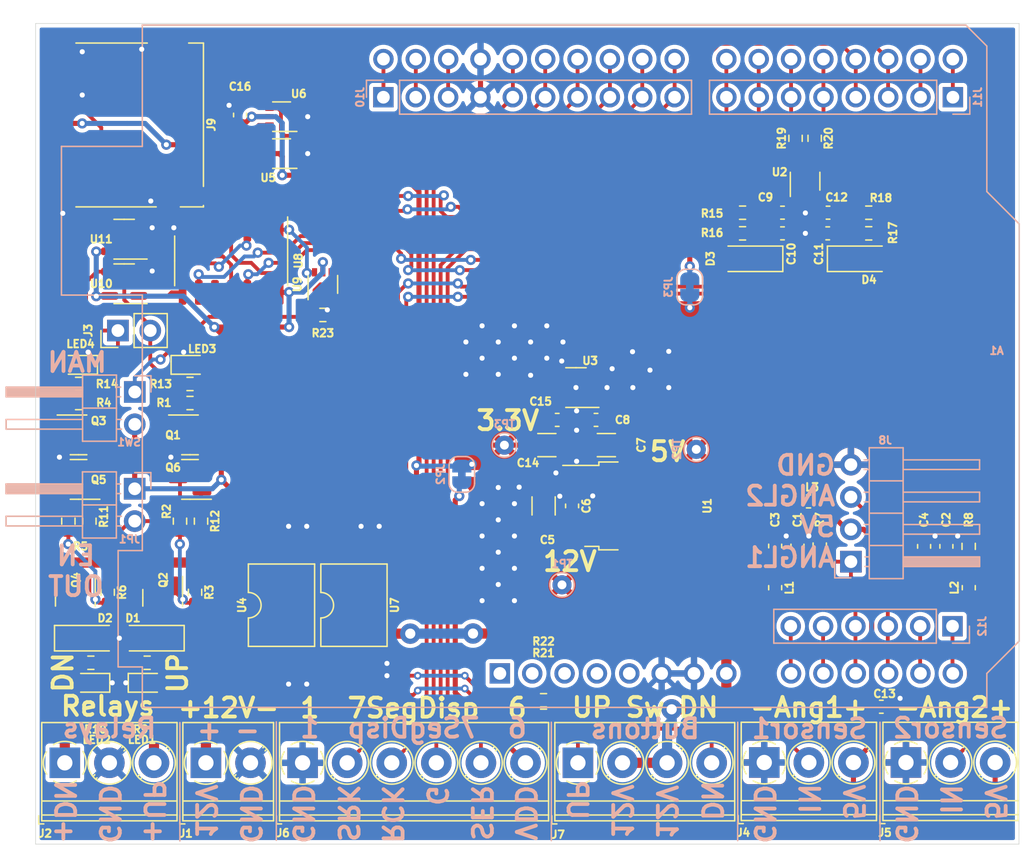
<source format=kicad_pcb>
(kicad_pcb (version 20211014) (generator pcbnew)
  (layers (0 "F.Cu" signal) (31 "B.Cu" signal) (34 "B.Paste" user) (35 "F.Paste" user) (36 "B.SilkS" user "B.Silkscreen") (37 "F.SilkS" user "F.Silkscreen") (38 "B.Mask" user) (39 "F.Mask" user) (44 "Edge.Cuts" user))
  (net 0 "")
  (net 1 "GND")
  (net 2 "/RELAY_UP+")
  (net 3 "/RELAY_DN+")
  (net 4 "+12V")
  (net 5 "/EN_RELAY_UP")
  (net 6 "/EN_RELAY_DN")
  (net 7 "Net-(Q1-Pad3)")
  (net 8 "Net-(Q1-Pad1)")
  (net 9 "Net-(Q2-Pad1)")
  (net 10 "Net-(Q3-Pad3)")
  (net 11 "Net-(Q3-Pad1)")
  (net 12 "Net-(Q4-Pad1)")
  (net 13 "Net-(A1-Pad15)")
  (net 14 "Net-(A1-Pad16)")
  (net 15 "/ANGL1")
  (net 16 "+5V")
  (net 17 "/ANGL2")
  (net 19 "/BTN_DN")
  (net 21 "/BTN_UP")
  (net 25 "Net-(A1-Pad9)")
  (net 26 "/CS")
  (net 27 "Net-(A1-Pad10)")
  (net 28 "/ANGL1_REF5V")
  (net 29 "/ANGL2_REF5V")
  (net 30 "/MOSI")
  (net 31 "Net-(A1-Pad13)")
  (net 32 "Net-(A1-Pad14)")
  (net 33 "/AREF")
  (net 34 "Net-(A1-Pad31)")
  (net 35 "Net-(A1-Pad32)")
  (net 36 "/EN_OUTPUT")
  (net 37 "Net-(C10-Pad1)")
  (net 38 "/SER_IN")
  (net 39 "/G")
  (net 40 "/RCK")
  (net 41 "/SRCK")
  (net 42 "Net-(LED1-Pad2)")
  (net 43 "Net-(Q5-Pad1)")
  (net 44 "Net-(LED2-Pad2)")
  (net 45 "Net-(Q6-Pad1)")
  (net 46 "Net-(Q5-Pad3)")
  (net 47 "/SENS_PWR")
  (net 48 "Net-(Q6-Pad3)")
  (net 49 "Net-(LED3-Pad2)")
  (net 50 "Net-(LED4-Pad2)")
  (net 51 "Net-(C11-Pad1)")
  (net 52 "/~{SW1}")
  (net 53 "/~{SW2}")
  (net 54 "/UI_PWR")
  (net 55 "/BTN_PWR")
  (net 56 "Net-(R19-Pad2)")
  (net 57 "Net-(R20-Pad2)")
  (net 61 "/MISO")
  (net 62 "/SCK")
  (net 63 "+3V3")
  (net 64 "/SD_CS")
  (net 65 "/SD_DI")
  (net 67 "/SD_CLK")
  (net 68 "/SD_DO")
  (net 69 "/SW1EXT")
  (net 70 "/SW2EXT")
  (net 71 "Net-(R21-Pad1)")
  (net 72 "Net-(R22-Pad1)")
  (net 73 "/MCU_RELAY_DN")
  (net 74 "/MCU_RELAY_UP")
  (net 75 "/EN_MANUAL")
  (net 76 "Net-(U8-Pad1)")
  (net 77 "Net-(U8-Pad3)")
  (net 78 "Net-(U8-Pad4)")
  (net 79 "Net-(U8-Pad6)")
  (net 80 "Net-(U8-Pad8)")
  (net 81 "Net-(U8-Pad11)")
  (footprint "TerminalBlock_Phoenix:TerminalBlock_Phoenix_PT-1,5-2-3.5-H_1x02_P3.50mm_Horizontal" (layer "F.Cu") (at 126.9088 134.6554)
    (fp_text reference "J1")
    (fp_text value "Conn_01x02")
  )
  (footprint "TerminalBlock_Phoenix:TerminalBlock_Phoenix_PT-1,5-3-3.5-H_1x03_P3.50mm_Horizontal" (layer "F.Cu") (at 115.8308 134.6554)
    (fp_text reference "J2")
    (fp_text value "Conn_01x03")
  )
  (footprint "Connector_PinHeader_2.54mm:PinHeader_1x02_P2.54mm_Vertical" (layer "F.Cu") (at 120 100.7 90)
    (fp_text reference "J3")
    (fp_text value "Conn_01x02")
  )
  (footprint "Package_TO_SOT_SMD:SOT-23" (layer "F.Cu") (at 125.6597 108.895)
    (fp_text reference "Q1")
    (fp_text value "MMBT3904L")
  )
  (footprint "Package_TO_SOT_SMD:SOT-23" (layer "F.Cu") (at 123.516 121.6937 -90)
    (fp_text reference "Q2")
    (fp_text value "DMP3099L")
  )
  (footprint "Package_TO_SOT_SMD:SOT-23" (layer "F.Cu") (at 116.658 121.6937 -90)
    (fp_text reference "Q4")
    (fp_text value "DMP3099L")
  )
  (footprint "Resistor_SMD:R_0603_1608Metric" (layer "F.Cu") (at 124.8745 115.6746 90)
    (fp_text reference "R2")
    (fp_text value "1k")
  )
  (footprint "Resistor_SMD:R_0603_1608Metric" (layer "F.Cu") (at 126.056 121.2596 -90)
    (fp_text reference "R3")
    (fp_text value "100k")
  )
  (footprint "Resistor_SMD:R_0603_1608Metric" (layer "F.Cu") (at 116.1115 115.6746 90)
    (fp_text reference "R5")
    (fp_text value "1k")
  )
  (footprint "Diode_SMD:D_MiniMELF" (layer "F.Cu") (at 122.6524 124.8664 180)
    (fp_text reference "D1")
    (fp_text value "LL4148")
  )
  (footprint "Diode_SMD:D_MiniMELF" (layer "F.Cu") (at 117.5724 124.8664)
    (fp_text reference "D2")
    (fp_text value "LL4148")
  )
  (footprint "Package_TO_SOT_SMD:SOT-23" (layer "F.Cu") (at 116.9097 108.895)
    (fp_text reference "Q3")
    (fp_text value "MMBT3904L")
  )
  (footprint "Resistor_SMD:R_0603_1608Metric" (layer "F.Cu") (at 119.198 121.2596 -90)
    (fp_text reference "R6")
    (fp_text value "100k")
  )
  (footprint "Resistor_SMD:R_0603_1608Metric" (layer "F.Cu") (at 116.9097 106.395)
    (fp_text reference "R4")
    (fp_text value "10k")
  )
  (footprint "Resistor_SMD:R_0603_1608Metric" (layer "F.Cu") (at 125.6597 106.395 180)
    (fp_text reference "R1")
    (fp_text value "10k")
  )
  (footprint "Capacitor_SMD:C_0603_1608Metric" (layer "F.Cu") (at 173.35 117.625 90)
    (fp_text reference "C1")
    (fp_text value "470n")
  )
  (footprint "Capacitor_SMD:C_0603_1608Metric" (layer "F.Cu") (at 185.0416 117.6528 90)
    (fp_text reference "C2")
    (fp_text value "470n")
  )
  (footprint "Capacitor_SMD:C_0603_1608Metric" (layer "F.Cu") (at 171.6 117.625 90)
    (fp_text reference "C3")
    (fp_text value "NOSTUFF")
  )
  (footprint "Capacitor_SMD:C_0603_1608Metric" (layer "F.Cu") (at 183.2916 117.6528 90)
    (fp_text reference "C4")
    (fp_text value "NOSTUFF")
  )
  (footprint "TerminalBlock_Phoenix:TerminalBlock_Phoenix_PT-1,5-3-3.5-H_1x03_P3.50mm_Horizontal" (layer "F.Cu") (at 170.744 134.6312)
    (fp_text reference "J4")
    (fp_text value "Conn_01x03")
  )
  (footprint "TerminalBlock_Phoenix:TerminalBlock_Phoenix_PT-1,5-3-3.5-H_1x03_P3.50mm_Horizontal" (layer "F.Cu") (at 181.8692 134.6312)
    (fp_text reference "J5")
    (fp_text value "Conn_01x03")
  )
  (footprint "Inductor_SMD:L_0603_1608Metric" (layer "F.Cu") (at 171.6 120.9 90)
    (fp_text reference "L1")
    (fp_text value "600R/200mA")
  )
  (footprint "Inductor_SMD:L_0603_1608Metric" (layer "F.Cu") (at 186.8 120.9 90)
    (fp_text reference "L2")
    (fp_text value "600R/200mA")
  )
  (footprint "Capacitor_SMD:C_0603_1608Metric" (layer "F.Cu") (at 172.175 93.064)
    (fp_text reference "C10")
    (fp_text value "1uF")
  )
  (footprint "Resistor_SMD:R_0603_1608Metric" (layer "F.Cu") (at 116.9097 104.895)
    (fp_text reference "R14")
    (fp_text value "1k")
  )
  (footprint "Capacitor_SMD:C_0603_1608Metric" (layer "F.Cu") (at 172.175 91.442)
    (fp_text reference "C9")
    (fp_text value "1uF")
  )
  (footprint "Resistor_SMD:R_0603_1608Metric" (layer "F.Cu") (at 173.2 85.6 -90)
    (fp_text reference "R19")
    (fp_text value "4k7")
  )
  (footprint "Package_TO_SOT_SMD:SOT-23-5" (layer "F.Cu") (at 120.49 93.525 180)
    (fp_text reference "U11")
    (fp_text value "74LVC1G32")
  )
  (footprint "Capacitor_SMD:C_0603_1608Metric" (layer "F.Cu") (at 157.5358 107.7188 180)
    (fp_text reference "C8")
    (fp_text value "100n")
  )
  (footprint "Package_TO_SOT_SMD:SOT-23-5" (layer "F.Cu") (at 120.49 97.025 180)
    (fp_text reference "U10")
    (fp_text value "74LVC1G32")
  )
  (footprint "Resistor_SMD:R_0603_1608Metric" (layer "F.Cu") (at 175.1 117.625 -90)
    (fp_text reference "R7")
    (fp_text value "200k")
  )
  (footprint "Capacitor_SMD:C_1206_3216Metric" (layer "F.Cu") (at 153.675 109.7)
    (fp_text reference "C14")
    (fp_text value "10u")
  )
  (footprint "Capacitor_SMD:C_0603_1608Metric" (layer "F.Cu") (at 155.6562 114.4752 90)
    (fp_text reference "C6")
    (fp_text value "100n")
  )
  (footprint "LED_SMD:LED_0603_1608Metric" (layer "F.Cu") (at 125.6597 103.395)
    (fp_text reference "LED3")
    (fp_text value "LED_GRN")
  )
  (footprint "Package_TO_SOT_SMD:TO-252-2" (layer "F.Cu") (at 160.2282 114.4752)
    (fp_text reference "U1")
    (fp_text value "LM1117-5.0")
  )
  (footprint "Resistor_SMD:R_0603_1608Metric" (layer "F.Cu") (at 178.946 93.064)
    (fp_text reference "R18")
    (fp_text value "8.2k")
  )
  (footprint "Capacitor_SMD:C_0603_1608Metric" (layer "F.Cu") (at 129.5908 83.7692 90)
    (fp_text reference "C16")
    (fp_text value "100n")
  )
  (footprint "Capacitor_SMD:C_0603_1608Metric" (layer "F.Cu") (at 179.9336 130.2512)
    (fp_text reference "C13")
    (fp_text value "100n")
  )
  (footprint "Package_TO_SOT_SMD:SOT-23" (layer "F.Cu") (at 116.9097 112.395 180)
    (fp_text reference "Q5")
    (fp_text value "MMBT3904L")
  )
  (footprint "Capacitor_SMD:C_0603_1608Metric" (layer "F.Cu") (at 175.75 91.442 180)
    (fp_text reference "C12")
    (fp_text value "1uF")
  )
  (footprint "LED_SMD:LED_0603_1608Metric" (layer "F.Cu") (at 122.2968 128.3716)
    (fp_text reference "LED1")
    (fp_text value "LED")
  )
  (footprint "Capacitor_SMD:C_0603_1608Metric" (layer "F.Cu") (at 154.4878 107.7188)
    (fp_text reference "C15")
    (fp_text value "100n")
  )
  (footprint "Resistor_SMD:R_0603_1608Metric" (layer "F.Cu") (at 153.416 130.9624)
    (fp_text reference "R21")
    (fp_text value "1k")
  )
  (footprint "Resistor_SMD:R_0603_1608Metric" (layer "F.Cu") (at 122.2968 126.7968)
    (fp_text reference "R9")
    (fp_text value "1k")
  )
  (footprint "Package_DIP:SMDIP-4_W9.53mm" (layer "F.Cu") (at 138.5316 122.2756 90)
    (fp_text reference "U7")
    (fp_text value "LTV-817S")
  )
  (footprint "Package_TO_SOT_SMD:SOT-363_SC-70-6" (layer "F.Cu") (at 132.85 86.8 180)
    (fp_text reference "U5")
    (fp_text value "NC7WZ17P6X")
  )
  (footprint "Resistor_SMD:R_0603_1608Metric" (layer "F.Cu") (at 169.04 91.442)
    (fp_text reference "R15")
    (fp_text value "6.8k")
  )
  (footprint "Resistor_SMD:R_0603_1608Metric" (layer "F.Cu") (at 125.6597 104.895 180)
    (fp_text reference "R13")
    (fp_text value "1k")
  )
  (footprint "Connector_Card:microSD_HC_Hirose_DM3D-SF" (layer "F.Cu") (at 120.93 84.5512 -90)
    (fp_text reference "J9")
    (fp_text value "MicroSD_Hirose_DM3D-SF")
  )
  (footprint "Package_SO:SOIC-14_3.9x8.7mm_P1.27mm" (layer "F.Cu") (at 128.89 95.225 -90)
    (fp_text reference "U8")
    (fp_text value "SN74LVC08ADRG3")
  )
  (footprint "LED_SMD:LED_0603_1608Metric" (layer "F.Cu") (at 116.9097 103.395 180)
    (fp_text reference "LED4")
    (fp_text value "LED_GRN")
  )
  (footprint "LED_SMD:LED_0603_1608Metric" (layer "F.Cu") (at 117.8772 128.3716 180)
    (fp_text reference "LED2")
    (fp_text value "LED")
  )
  (footprint "Resistor_SMD:R_0603_1608Metric" (layer "F.Cu") (at 153.416 129.7432)
    (fp_text reference "R22")
    (fp_text value "1k")
  )
  (footprint "Package_TO_SOT_SMD:SOT-23-5" (layer "F.Cu") (at 155.961 105.1788 180)
    (fp_text reference "U3")
    (fp_text value "TLV70233DBV")
  )
  (footprint "TerminalBlock_Phoenix:TerminalBlock_Phoenix_PT-1,5-6-3.5-H_1x06_P3.50mm_Horizontal" (layer "F.Cu") (at 134.4988 134.6554)
    (fp_text reference "J6")
    (fp_text value "Conn_01x06_Female")
  )
  (footprint "Diode_SMD:D_MiniMELF" (layer "F.Cu") (at 169.65 95.064 180)
    (fp_text reference "D3")
    (fp_text value "LL4148")
  )
  (footprint "Resistor_SMD:R_0603_1608Metric" (layer "F.Cu") (at 136.09 99.475 180)
    (fp_text reference "R23")
    (fp_text value "200k")
  )
  (footprint "TerminalBlock_Phoenix:TerminalBlock_Phoenix_PT-1,5-4-3.5-H_1x04_P3.50mm_Horizontal" (layer "F.Cu") (at 156.1136 134.6554)
    (fp_text reference "J7")
    (fp_text value "Conn_01x04_Female")
  )
  (footprint "Inductor_SMD:L_0603_1608Metric" (layer "F.Cu") (at 174.2186 114.1222)
    (fp_text reference "L3")
    (fp_text value "600R/200mA")
  )
  (footprint "Resistor_SMD:R_0603_1608Metric" (layer "F.Cu") (at 186.7916 117.6528 -90)
    (fp_text reference "R8")
    (fp_text value "200k")
  )
  (footprint "Diode_SMD:D_MiniMELF" (layer "F.Cu") (at 178.25 95.064)
    (fp_text reference "D4")
    (fp_text value "LL4148")
  )
  (footprint "Resistor_SMD:R_0603_1608Metric" (layer "F.Cu") (at 117.8772 126.7968 180)
    (fp_text reference "R10")
    (fp_text value "1k")
  )
  (footprint "Package_TO_SOT_SMD:SOT-23" (layer "F.Cu") (at 125.6597 112.395 180)
    (fp_text reference "Q6")
    (fp_text value "MMBT3904L")
  )
  (footprint "Capacitor_SMD:C_0603_1608Metric" (layer "F.Cu") (at 175.725 93.064 180)
    (fp_text reference "C11")
    (fp_text value "1uF")
  )
  (footprint "Capacitor_SMD:C_1206_3216Metric" (layer "F.Cu") (at 158.3486 109.7 180)
    (fp_text reference "C7")
    (fp_text value "10u")
  )
  (footprint "Resistor_SMD:R_0603_1608Metric" (layer "F.Cu") (at 174.7 85.6 -90)
    (fp_text reference "R20")
    (fp_text value "4k7")
  )
  (footprint "Resistor_SMD:R_0603_1608Metric" (layer "F.Cu") (at 169.04 93.064 180)
    (fp_text reference "R16")
    (fp_text value "8.2k")
  )
  (footprint "Resistor_SMD:R_0603_1608Metric" (layer "F.Cu") (at 178.946 91.442 180)
    (fp_text reference "R17")
    (fp_text value "6.8k")
  )
  (footprint "Capacitor_SMD:C_1206_3216Metric" (layer "F.Cu") (at 153.421 114.4752 90)
    (fp_text reference "C5")
    (fp_text value "10u")
  )
  (footprint "Resistor_SMD:R_0603_1608Metric" (layer "F.Cu") (at 117.7625 115.6746 -90)
    (fp_text reference "R11")
    (fp_text value "10k")
  )
  (footprint "Package_DIP:SMDIP-4_W9.53mm" (layer "F.Cu") (at 132.842 122.2756 90)
    (fp_text reference "U4")
    (fp_text value "LTV-817S")
  )
  (footprint "Package_TO_SOT_SMD:SOT-363_SC-70-6" (layer "F.Cu") (at 136.09 97.075 90)
    (fp_text reference "U9")
    (fp_text value "NC7WZ14P6X")
  )
  (footprint "Package_TO_SOT_SMD:SOT-363_SC-70-6" (layer "F.Cu") (at 132.85 83.9 180)
    (fp_text reference "U6")
    (fp_text value "NC7WZ17P6X")
  )
  (footprint "Resistor_SMD:R_0603_1608Metric" (layer "F.Cu") (at 126.5255 115.6746 -90)
    (fp_text reference "R12")
    (fp_text value "10k")
  )
  (footprint "Package_TO_SOT_SMD:SOT-363_SC-70-6" (layer "F.Cu") (at 173.95 88.968 90)
    (fp_text reference "U2")
    (fp_text value "NC7WZ14P6X")
  )
  (footprint "Jumper:SolderJumper-2_P1.3mm_Bridged_RoundedPad1.0x1.5mm" (layer "B.Cu") (at 164.8968 97.282 90)
    (fp_text reference "JP3")
    (fp_text value "Jumper_2_Bridged")
  )
  (footprint "TestPoint:TestPoint_THTPad_D1.5mm_Drill0.7mm" (layer "B.Cu") (at 154.8638 120.6754 180)
    (fp_text reference "TP1")
    (fp_text value "TestPoint")
  )
  (footprint "Connector_PinHeader_2.54mm:PinHeader_1x10_P2.54mm_Vertical" (layer "B.Cu") (at 140.843 82.3722 -90)
    (fp_text reference "J10")
    (fp_text value "Conn_01x10")
  )
  (footprint "Module:Arduino_UNO_R3" (layer "B.Cu") (at 149.987 127.635)
    (fp_text reference "A1")
    (fp_text value "Arduino_UNO_R3")
  )
  (footprint "TestPoint:TestPoint_THTPad_D1.5mm_Drill0.7mm" (layer "B.Cu") (at 165.4048 110.0328 180)
    (fp_text reference "TP2")
    (fp_text value "TestPoint")
  )
  (footprint "Connector_PinHeader_2.54mm:PinHeader_1x02_P2.54mm_Horizontal" (layer "B.Cu") (at 121.325 105.525 180)
    (fp_text reference "SW1")
    (fp_text value "SW_SPST")
  )
  (footprint "Connector_PinHeader_2.54mm:PinHeader_1x04_P2.54mm_Horizontal" (layer "B.Cu") (at 177.546 118.857)
    (fp_text reference "J8")
    (fp_text value "Conn_01x04")
  )
  (footprint "Connector_PinHeader_2.54mm:PinHeader_1x02_P2.54mm_Horizontal" (layer "B.Cu") (at 121.3185 113.1296 180)
    (fp_text reference "JP1")
    (fp_text value "Jumper_2_Open")
  )
  (footprint "Jumper:SolderJumper-2_P1.3mm_Bridged_RoundedPad1.0x1.5mm" (layer "B.Cu") (at 147 112 -90)
    (fp_text reference "JP2")
    (fp_text value "Jumper_2_Bridged")
  )
  (footprint "Connector_PinHeader_2.54mm:PinHeader_1x06_P2.54mm_Vertical" (layer "B.Cu") (at 185.5216 123.9266 90)
    (fp_text reference "J12")
    (fp_text value "Conn_01x06")
  )
  (footprint "TestPoint:TestPoint_THTPad_D1.5mm_Drill0.7mm" (layer "B.Cu") (at 150.3426 109.7026 180)
    (fp_text reference "TP3")
    (fp_text value "TestPoint")
  )
  (footprint "Connector_PinHeader_2.54mm:PinHeader_1x08_P2.54mm_Vertical" (layer "B.Cu") (at 185.5524 82.3722 90)
    (fp_text reference "J11")
    (fp_text value "Conn_01x08")
  )
  (gr_line (start 179.832 131.4704) (end 179.832 140.7668) (layer "B.SilkS") (width 0.12))
  (gr_line (start 168.656 131.4704) (end 168.656 140.7668) (layer "B.SilkS") (width 0.12))
  (gr_line (start 154.0256 131.4704) (end 154.0256 140.7668) (layer "B.SilkS") (width 0.12))
  (gr_line (start 124.8664 131.4958) (end 124.8664 140.7922) (layer "B.SilkS") (width 0.12))
  (gr_line (start 132.4356 131.445) (end 132.4356 140.7414) (layer "B.SilkS") (width 0.12))
  (gr_line (start 190.754 76.581) (end 190.74 141.045) (layer "Edge.Cuts") (width 0.05))
  (gr_line (start 190.74 141.045) (end 113.538 141.045) (layer "Edge.Cuts") (width 0.05))
  (gr_line (start 113.538 141.045) (end 113.538 76.581) (layer "Edge.Cuts") (width 0.05))
  (gr_line (start 113.538 76.581) (end 190.754 76.581) (layer "Edge.Cuts") (width 0.05))
  (gr_text "RCK" (at 141.5288 136.2456 270) (layer "B.SilkS") (effects (font (size 1.5 1.5) (thickness 0.3)) (justify right mirror)))
  (gr_text "GND" (at 134.5184 136.1948 270) (layer "B.SilkS") (effects (font (size 1.5 1.5) (thickness 0.3)) (justify right mirror)))
  (gr_text "IN" (at 185.3692 136.1948 270) (layer "B.SilkS") (effects (font (size 1.5 1.5) (thickness 0.3)) (justify right mirror)))
  (gr_text "12V" (at 126.8984 136.1948 270) (layer "B.SilkS") (effects (font (size 1.5 1.5) (thickness 0.3)) (justify right mirror)))
  (gr_text "+DN" (at 115.824 135.8392 270) (layer "B.SilkS") (effects (font (size 1.5 1.5) (thickness 0.3)) (justify right mirror)))
  (gr_text "12V" (at 163.068 136.2456 270) (layer "B.SilkS") (effects (font (size 1.5 1.5) (thickness 0.3)) (justify right mirror)))
  (gr_text "Sensor1" (at 174.2948 131.9784) (layer "B.SilkS") (effects (font (size 1.5 1.5) (thickness 0.3)) (justify mirror)))
  (gr_text "SER" (at 148.5392 136.2456 270) (layer "B.SilkS") (effects (font (size 1.5 1.5) (thickness 0.3)) (justify right mirror)))
  (gr_text "6  7SegDisp  1" (at 143.2052 131.9276) (layer "B.SilkS") (effects (font (size 1.5 1.5) (thickness 0.3)) (justify mirror)))
  (gr_text "12V" (at 159.5628 136.1948 270) (layer "B.SilkS") (effects (font (size 1.5 1.5) (thickness 0.3)) (justify right mirror)))
  (gr_text "- +" (at 128.6764 132.08) (layer "B.SilkS") (effects (font (size 1.5 1.5) (thickness 0.3)) (justify mirror)))
  (gr_text "SRK" (at 138.0744 136.1948 270) (layer "B.SilkS") (effects (font (size 1.5 1.5) (thickness 0.3)) (justify right mirror)))
  (gr_text "DN" (at 166.624 135.89 270) (layer "B.SilkS") (effects (font (size 1.5 1.5) (thickness 0.3)) (justify right mirror)))
  (gr_text "UP" (at 156.0576 135.8392 270) (layer "B.SilkS") (effects (font (size 1.5 1.5) (thickness 0.3)) (justify right mirror)))
  (gr_text "EN\nOUT" (at 116.7 119.6) (layer "B.SilkS") (effects (font (size 1.5 1.5) (thickness 0.3)) (justify mirror)))
  (gr_text "G" (at 145.034 136.2964 270) (layer "B.SilkS") (effects (font (size 1.5 1.5) (thickness 0.3)) (justify right mirror)))
  (gr_text "+UP" (at 122.8344 135.8392 270) (layer "B.SilkS") (effects (font (size 1.5 1.5) (thickness 0.3)) (justify right mirror)))
  (gr_text "5V" (at 188.8744 136.1948 270) (layer "B.SilkS") (effects (font (size 1.5 1.5) (thickness 0.3)) (justify right mirror)))
  (gr_text "GND" (at 170.7388 136.1948 270) (layer "B.SilkS") (effects (font (size 1.5 1.5) (thickness 0.3)) (justify right mirror)))
  (gr_text "GND\nANGL2\n5V\nANGL1" (at 176.4792 114.9096) (layer "B.SilkS") (effects (font (size 1.5 1.5) (thickness 0.3)) (justify left mirror)))
  (gr_text "Sensor2" (at 185.3692 131.9276) (layer "B.SilkS") (effects (font (size 1.5 1.5) (thickness 0.3)) (justify mirror)))
  (gr_text "GND" (at 181.864 136.1948 270) (layer "B.SilkS") (effects (font (size 1.5 1.5) (thickness 0.3)) (justify right mirror)))
  (gr_text "Relays" (at 119.3292 131.9276) (layer "B.SilkS") (effects (font (size 1.5 1.5) (thickness 0.3)) (justify mirror)))
  (gr_text "VDD" (at 151.9936 136.2456 270) (layer "B.SilkS") (effects (font (size 1.5 1.5) (thickness 0.3)) (justify right mirror)))
  (gr_text "GND" (at 119.3292 136.1948 270) (layer "B.SilkS") (effects (font (size 1.5 1.5) (thickness 0.3)) (justify right mirror)))
  (gr_text "5V" (at 177.7492 136.1948 270) (layer "B.SilkS") (effects (font (size 1.5 1.5) (thickness 0.3)) (justify right mirror)))
  (gr_text "GND" (at 130.4036 136.1948 270) (layer "B.SilkS") (effects (font (size 1.5 1.5) (thickness 0.3)) (justify right mirror)))
  (gr_text "Buttons" (at 161.3916 131.9784) (layer "B.SilkS") (effects (font (size 1.5 1.5) (thickness 0.3)) (justify mirror)))
  (gr_text "MAN" (at 116.8 103.2) (layer "B.SilkS") (effects (font (size 1.5 1.5) (thickness 0.3)) (justify mirror)))
  (gr_text "IN" (at 174.244 136.144 270) (layer "B.SilkS") (effects (font (size 1.5 1.5) (thickness 0.3)) (justify right mirror)))
  (gr_text "Relays" (at 119.2038 130.2104) (layer "F.SilkS") (effects (font (size 1.5 1.5) (thickness 0.3))))
  (gr_text "+12V-" (at 128.6868 130.3374) (layer "F.SilkS") (effects (font (size 1.5 1.5) (thickness 0.3))))
  (gr_text "5V" (at 161.5998 110.208) (layer "F.SilkS") (effects (font (size 1.5 1.5) (thickness 0.3)) (justify left)))
  (gr_text "12V" (at 153.2178 118.844) (layer "F.SilkS") (effects (font (size 1.5 1.5) (thickness 0.3)) (justify left)))
  (gr_text "-Ang2+" (at 185.674 130.302) (layer "F.SilkS") (effects (font (size 1.5 1.5) (thickness 0.3))))
  (gr_text "1  7SegDisp  6" (at 143.2052 130.3528) (layer "F.SilkS") (effects (font (size 1.5 1.5) (thickness 0.3))))
  (gr_text "DN" (at 115.6928 127.5588 90) (layer "F.SilkS") (effects (font (size 1.5 1.5) (thickness 0.3))))
  (gr_text "UP Sw DN" (at 161.3916 130.302) (layer "F.SilkS") (effects (font (size 1.5 1.5) (thickness 0.3))))
  (gr_text "-Ang1+" (at 174.244 130.302) (layer "F.SilkS") (effects (font (size 1.5 1.5) (thickness 0.3))))
  (gr_text "UP" (at 124.6844 127.6096 90) (layer "F.SilkS") (effects (font (size 1.5 1.5) (thickness 0.3))))
  (gr_text "3.3V" (at 147.9854 107.7696) (layer "F.SilkS") (effects (font (size 1.5 1.5) (thickness 0.3)) (justify left)))
  (segment (start 119.3224 124.8664) (end 120.1124 124.8664) (width 0.4) (layer "F.Cu") (net 1))
  (segment (start 155.6562 113.7002) (end 157.267 113.7002) (width 0.4) (layer "F.Cu") (net 1))
  (segment (start 183.2916 116.8778) (end 184.1122 116.8778) (width 0.4) (layer "F.Cu") (net 1))
  (segment (start 185.0416 116.8778) (end 184.1878 116.8778) (width 0.4) (layer "F.Cu") (net 1))
  (segment (start 122.581 90.5262) (end 122.5804 90.5256) (width 0.4) (layer "F.Cu") (net 1))
  (segment (start 156.0118 107.7188) (end 155.2628 107.7188) (width 0.4) (layer "F.Cu") (net 1))
  (segment (start 154.8235 104.2288) (end 155.011 104.2288) (width 0.4) (layer "F.Cu") (net 1))
  (segment (start 124.1597 110.4075) (end 124.7222 109.845) (width 0.4) (layer "F.Cu") (net 1))
  (segment (start 140.5738 127.8128) (end 141.1224 127.8128) (width 0.4) (layer "F.Cu") (net 1))
  (segment (start 117.1738 82.2262) (end 117.2 82.2) (width 0.4) (layer "F.Cu") (net 1))
  (segment (start 173.95 91.443) (end 173.971 91.464) (width 0.4) (layer "F.Cu") (net 1))
  (segment (start 171.6 116.85) (end 172.456 116.85) (width 0.4) (layer "F.Cu") (net 1))
  (segment (start 115.4097 110.4075) (end 115.4097 110.645) (width 0.4) (layer "F.Cu") (net 1))
  (segment (start 155.6562 113.7002) (end 155.6562 112.5672) (width 0.4) (layer "F.Cu") (net 1))
  (segment (start 149.86 101.6) (end 151.13 100.33) (width 0.4) (layer "F.Cu") (net 1))
  (segment (start 134.8232 116.7994) (end 134.8232 116.078) (width 0.4) (layer "F.Cu") (net 1))
  (segment (start 185.8902 116.8778) (end 185.928 116.84) (width 0.4) (layer "F.Cu") (net 1))
  (segment (start 160.4264 105.1814) (end 161.7726 103.8352) (width 0.4) (layer "F.Cu") (net 1))
  (segment (start 133.8 83.9) (end 134.9 83.9) (width 0.4) (layer "F.Cu") (net 1))
  (segment (start 121.89628 78.5762) (end 121.8692 78.60328) (width 0.4) (layer "F.Cu") (net 1))
  (segment (start 154.3862 112.035) (end 153.421 113.0002) (width 0.4) (layer "F.Cu") (net 1))
  (segment (start 151.5 113) (end 151.5 113.93) (width 0.4) (layer "F.Cu") (net 1))
  (segment (start 148.59 119.38) (end 149.86 120.65) (width 0.4) (layer "F.Cu") (net 1))
  (segment (start 134.8232 127.7518) (end 134.8232 128.4732) (width 0.4) (layer "F.Cu") (net 1))
  (segment (start 124.1597 110.645) (end 124.1597 110.4075) (width 0.4) (layer "F.Cu") (net 1))
  (segment (start 155.6562 112.5672) (end 156.0282 112.1952) (width 0.4) (layer "F.Cu") (net 1))
  (segment (start 148.59 116.84) (end 149.86 118.11) (width 0.4) (layer "F.Cu") (net 1))
  (segment (start 115.705 91.4574) (end 115.6716 91.4908) (width 0.4) (layer "F.Cu") (net 1))
  (segment (start 173.971 91.464) (end 173.971 93.064) (width 0.4) (layer "F.Cu") (net 1))
  (segment (start 151.5 113.93) (end 151.13 114.3) (width 0.4) (layer "F.Cu") (net 1))
  (segment (start 152.4 104.2136) (end 153.0298 104.2288) (width 0.4) (layer "F.Cu") (net 1))
  (segment (start 155.98648 105.66132) (end 156.469 105.1788) (width 0.4) (layer "F.Cu") (net 1))
  (segment (start 140.5128 116.7994) (end 140.5128 116.078) (width 0.4) (layer "F.Cu") (net 1))
  (segment (start 173.34 116.84) (end 173.35 116.85) (width 0.4) (layer "F.Cu") (net 1))
  (segment (start 148.59 114.3) (end 149.86 115.57) (width 0.4) (layer "F.Cu") (net 1))
  (segment (start 136.09 98.025) (end 136.09 98.725) (width 0.4) (layer "F.Cu") (net 1))
  (segment (start 134.112 117.5106) (end 133.4008 116.7994) (width 0.4) (layer "F.Cu") (net 1))
  (segment (start 185.9402 116.8278) (end 185.928 116.84) (width 0.4) (layer "F.Cu") (net 1))
  (segment (start 117.6972 103.395) (end 117.6972 102.4325) (width 0.4) (layer "F.Cu") (net 1))
  (segment (start 156.0118 107.0076) (end 155.98648 106.98228) (width 0.4) (layer "F.Cu") (net 1))
  (segment (start 139.8016 117.5106) (end 139.0904 116.7994) (width 0.4) (layer "F.Cu") (net 1))
  (segment (start 155.98648 106.98228) (end 155.98648 105.66132) (width 0.4) (layer "F.Cu") (net 1))
  (segment (start 124.955 92.625) (end 124.39 92.625) (width 0.4) (layer "F.Cu") (net 1))
  (segment (start 155.15 109.7) (end 156.8736 109.7) (width 0.4) (layer "F.Cu") (net 1))
  (segment (start 163.2458 102.3366) (end 163.2458 105.1814) (width 0.4) (layer "F.Cu") (net 1))
  (segment (start 156.0282 112.1952) (end 154.697 112.1952) (width 0.4) (layer "F.Cu") (net 1))
  (segment (start 121.6275 92.575) (end 122.64 92.575) (width 0.4) (layer "F.Cu") (net 1))
  (segment (start 148.467 82.3682) (end 148.463 82.3722) (width 0.4) (layer "F.Cu") (net 1))
  (segment (start 160.401 102.362) (end 163.2458 102.3366) (width 0.4) (layer "F.Cu") (net 1))
  (segment (start 180.7086 130.2512) (end 181.369 129.5908) (width 0.4) (layer "F.Cu") (net 1))
  (segment (start 156.469 105.1788) (end 157.0985 105.1788) (width 0.4) (layer "F.Cu") (net 1))
  (segment (start 172.456 116.85) (end 172.466 116.84) (width 0.4) (layer "F.Cu") (net 1))
  (segment (start 154.697 112.1952) (end 154.3862 111.8844) (width 0.4) (layer "F.Cu") (net 1))
  (segment (start 153.421 113.0002) (end 153.978 113.0002) (width 0.4) (layer "F.Cu") (net 1))
  (segment (start 174.284 116.8) (end 174.244 116.84) (width 0.4) (layer "F.Cu") (net 1))
  (segment (start 149.86 104.14) (end 151.13 102.87) (width 0.4) (layer "F.Cu") (net 1))
  (segment (start 124.8722 103.395) (end 124.8722 102.6825) (width 0.4) (layer "F.Cu") (net 1))
  (segment (start 117.6972 102.4325) (end 117.6597 102.395) (width 0.4) (layer "F.Cu") (net 1))
  (segment (start 185.0416 116.8778) (end 185.8902 116.8778) (width 0.4) (layer "F.Cu") (net 1))
  (segment (start 151.13 116.84) (end 151.13 114.3) (width 0.4) (layer "F.Cu") (net 1))
  (segment (start 151.13 102.87) (end 153.67 102.87) (width 0.4) (layer "F.Cu") (net 1))
  (segment (start 128.7402 82.9942) (end 128.7272 83.0072) (width 0.4) (layer "F.Cu") (net 1))
  (segment (start 118.6647 128.3716) (end 119.5536 128.3716) (width 0.4) (layer "F.Cu") (net 1))
  (segment (start 157.0985 105.1788) (end 158.3994 105.1788) (width 0.4) (layer "F.Cu") (net 1))
  (segment (start 158.3994 104.1006) (end 158.8 103.7) (width 0.4) (layer "F.Cu") (net 1))
  (segment (start 174.244 116.84) (end 173.36 116.84) (width 0.4) (layer "F.Cu") (net 1))
  (segment (start 148.467 79.375) (end 148.467 82.3682) (width 0.4) (layer "F.Cu") (net 1))
  (segment (start 139.0904 116.7994) (end 139.0904 116.078) (width 0.4) (layer "F.Cu") (net 1))
  (segment (start 134.112 127.0406) (end 134.8232 127.7518) (width 0.4) (layer "F.Cu") (net 1))
  (segment (start 186.7916 116.8278) (end 185.9402 116.8278) (width 0.4) (layer "F.Cu") (net 1))
  (segment (start 122.64 96.075) (end 122.69 96.025) (width 0.4) (layer "F.Cu") (net 1))
  (segment (start 161.7726 103.8352) (end 161.7726 103.8098) (width 0.4) (layer "F.Cu") (net 1))
  (segment (start 153.421 113.0002) (end 151.5002 113.0002) (width 0.4) (layer "F.Cu") (net 1))
  (segment (start 125.08 92.75) (end 124.955 92.625) (width 0.4) (layer "F.Cu") (net 1))
  (segment (start 172.95 93.064) (end 174.95 93.064) (width 0.4) (layer "F.Cu") (net 1))
  (segment (start 173.36 116.84) (end 173.35 116.85) (width 0.4) (layer "F.Cu") (net 1))
  (segment (start 123.955 90.5262) (end 122.581 90.5262) (width 0.4) (layer "F.Cu") (net 1))
  (segment (start 154.8235 104.2288) (end 154.8235 103.1159) (width 0.4) (layer "F.Cu") (net 1))
  (segment (start 115.705 78.8262) (end 117.1738 78.8262) (width 0.4) (layer "F.Cu") (net 1))
  (segment (start 129.5908 82.9942) (end 128.7402 82.9942) (width 0.4) (layer "F.Cu") (net 1))
  (segment (start 172.466 116.84) (end 173.34 116.84) (width 0.4) (layer "F.Cu") (net 1))
  (segment (start 133.4008 127.7518) (end 133.4008 128.4732) (width 0.4) (layer "F.Cu") (net 1))
  (segment (start 122.64 92.575) (end 122.69 92.625) (width 0.4) (layer "F.Cu") (net 1))
  (segment (start 157.267 113.7002) (end 157.2768 113.6904) (width 0.4) (layer "F.Cu") (net 1))
  (segment (start 121.5093 128.3716) (end 120.6204 128.3716) (width 0.4) (layer "F.Cu") (net 1))
  (segment (start 148.59 114.3) (end 149.86 113.03) (width 0.4) (layer "F.Cu") (net 1))
  (segment (start 156.0282 112.1952) (end 156.0282 110.9864) (width 0.4) (layer "F.Cu") (net 1))
  (segment (start 155.011 104.2288) (end 155.961 105.1788) (width 0.4) (layer "F.Cu") (net 1))
  (segment (start 134.112 117.5106) (end 134.8232 116.7994) (width 0.4) (layer "F.Cu") (net 1))
  (segment (start 157.0985 105.1788) (end 155.961 105.1788) (width 0.4) (layer "F.Cu") (net 1))
  (segment (start 123.305 78.5762) (end 121.89628 78.5762) (width 0.4) (layer "F.Cu") (net 1))
  (segment (start 136.84 99.475) (end 136.915 99.475) (width 0.4) (layer "F.Cu") (net 1))
  (segment (start 115.705 90.1762) (end 115.705 91.4574) (width 0.4) (layer "F.Cu") (net 1))
  (segment (start 124.8722 102.6825) (end 125.1597 102.395) (width 0.4) (layer "F.Cu") (net 1))
  (segment (start 154.8235 103.1159) (end 154.8434 103.096) (width 0.4) (layer "F.Cu") (net 1))
  (segment (start 152.4 101.6) (end 153.67 100.33) (width 0.4) (layer "F.Cu") (net 1))
  (segment (start 120.1124 124.8664) (end 120.9024 124.8664) (width 0.4) (layer "F.Cu") (net 1))
  (segment (start 139.9946 126.8476) (end 141.1224 126.8476) (width 0.4) (layer "F.Cu") (net 1))
  (segment (start 155.6562 113.7002) (end 154.704 113.7002) (width 0.4) (layer "F.Cu") (net 1))
  (segment (start 173.95 89.918) (end 173.95 91.443) (width 0.4) (layer "F.Cu") (net 1))
  (segment (start 156.0118 108.5316) (end 156.0118 110.97) (width 0.4) (layer "F.Cu") (net 1))
  (segment (start 184.1878 116.8778) (end 184.15 116.84) (width 0.4) (layer "F.Cu") (net 1))
  (segment (start 117.1738 78.8262) (end 117.2 78.8) (width 0.4) (layer "F.Cu") (net 1))
  (segment (start 175.1 116.8) (end 174.284 116.8) (width 0.4) (layer "F.Cu") (net 1))
  (segment (start 139.8016 127.0406) (end 139.9946 126.8476) (width 0.4) (layer "F.Cu") (net 1))
  (segment (start 156.0282 110.9864) (end 156.0118 110.97) (width 0.4) (layer "F.Cu") (net 1))
  (segment (start 148.59 102.87) (end 149.86 104.14) (width 0.4) (layer "F.Cu") (net 1))
  (segment (start 115.9722 109.845) (end 115.4097 110.4075) (width 0.4) (layer "F.Cu") (net 1))
  (segment (start 136.09 98.725) (end 136.44 99.075) (width 0.4) (layer "F.Cu") (net 1))
  (segment (start 133.8 86.8) (end 134.9 86.8) (width 0.4) (layer "F.Cu") (net 1))
  (segment (start 148.59 121.92) (end 151.13 121.92) (width 0.4) (layer "F.Cu") (net 1))
  (segment (start 153.978 113.0002) (end 154.691 113.7132) (width 0.4) (layer "F.Cu") (net 1))
  (segment (start 136.44 99.075) (end 136.84 99.475) (width 0.4) (layer "F.Cu") (net 1))
  (segment (start 139.8016 127.0406) (end 140.5738 127.8128) (width 0.4) (layer "F.Cu") (net 1))
  (segment (start 156.0118 107.7188) (end 156.0118 107.0076) (width 0.4) (layer "F.Cu") (net 1))
  (segment (start 153.0298 104.2288) (end 154.8235 104.2288) (width 0.4) (layer "F.Cu") (net 1))
  (segment (start 172.95 91.442) (end 174.975 91.442) (width 0.4) (layer "F.Cu") (net 1))
  (segment (start 156.7608 107.7188) (end 156.0118 107.7188) (width 0.4) (layer "F.Cu") (net 1))
  (segment (start 134.112 127.0406) (end 133.4008 127.7518) (width 0.4) (layer "F.Cu") (net 1))
  (segment (start 121.6275 96.075) (end 122.64 96.075) (width 0.4) (layer "F.Cu") (net 1))
  (segment (start 184.1122 116.8778) (end 184.15 116.84) (width 0.4) (layer "F.Cu") (net 1))
  (segment (start 154.704 113.7002) (end 154.691 113.7132) (width 0.4) (layer "F.Cu") (net 1))
  (segment (start 147.32 101.6) (end 148.59 100.33) (width 0.4) (layer "F.Cu") (net 1))
  (segment (start 158.3994 105.1788) (end 158.3994 104.1006) (width 0.4) (layer "F.Cu") (net 1))
  (segment (start 154.3862 111.8844) (end 154.3862 112.035) (width 0.4) (layer "F.Cu") (net 1))
  (segment (start 181.369 129.5908) (end 181.4068 129.5908) (width 0.4) (layer "F.Cu") (net 1))
  (segment (start 115.58 82.2262) (end 117.1738 82.2262) (width 0.4) (layer "F.Cu") (net 1))
  (segment (start 133.4008 116.7994) (end 133.4008 116.078) (width 0.4) (layer "F.Cu") (net 1))
  (segment (start 156.0118 108.5316) (end 156.0118 107.7188) (width 0.4) (layer "F.Cu") (net 1))
  (segment (start 151.5002 113.0002) (end 151.5 113) (width 0.4) (layer "F.Cu") (net 1))
  (segment (start 139.8016 117.5106) (end 140.5128 116.7994) (width 0.4) (layer "F.Cu") (net 1))
  (via (at 184.15 116.84) (size 0.8) (drill 0.4) (layers "F.Cu" "B.Cu") (net 1))
  (via (at 122.69 92.625) (size 0.8) (drill 0.4) (layers "F.Cu" "B.Cu") (net 1))
  (via (at 141.1224 127.8128) (size 0.8) (drill 0.4) (layers "F.Cu" "B.Cu") (net 1))
  (via (at 149.86 101.6) (size 0.8) (drill 0.4) (layers "F.Cu" "B.Cu") (net 1))
  (via (at 120.1124 124.8664) (size 0.8) (drill 0.4) (layers "F.Cu" "B.Cu") (net 1))
  (via (at 125.1597 102.395) (size 0.8) (drill 0.4) (layers "F.Cu" "B.Cu") (net 1))
  (via (at 149.86 118.11) (size 0.8) (drill 0.4) (layers "F.Cu" "B.Cu") (net 1))
  (via (at 149.86 120.65) (size 0.8) (drill 0.4) (layers "F.Cu" "B.Cu") (net 1))
  (via (at 154.94 101.6) (size 0.8) (drill 0.4) (layers "F.Cu" "B.Cu") (net 1))
  (via (at 149.86 115.57) (size 0.8) (drill 0.4) (layers "F.Cu" "B.Cu") (net 1))
  (via (at 124.1597 110.645) (size 0.8) (drill 0.4) (layers "F.Cu" "B.Cu") (net 1))
  (via (at 120.6204 128.3716) (size 0.8) (drill 0.4) (layers "F.Cu" "B.Cu") (net 1))
  (via (at 117.2 82.2) (size 0.8) (drill 0.4) (layers "F.Cu" "B.Cu") (net 1))
  (via (at 122.69 96.025) (size 0.8) (drill 0.4) (layers "F.Cu" "B.Cu") (net 1))
  (via (at 181.4068 129.5908) (size 0.8) (drill 0.4) (layers "F.Cu" "B.Cu") (net 1))
  (via (at 154.691 113.7132) (size 0.8) (drill 0.4) (layers "F.Cu" "B.Cu") (net 1))
  (via (at 117.6597 102.395) (size 0.8) (drill 0.4) (layers "F.Cu" "B.Cu") (net 1))
  (via (at 151.13 100.33) (size 0.8) (drill 0.4) (layers "F.Cu" "B.Cu") (net 1))
  (via (at 134.8232 128.4732) (size 0.8) (drill 0.4) (layers "F.Cu" "B.Cu") (net 1))
  (via (at 153.67 100.33) (size 0.8) (drill 0.4) (layers "F.Cu" "B.Cu") (net 1))
  (via (at 134.9 86.8) (size 0.8) (drill 0.4) (layers "F.Cu" "B.Cu") (net 1))
  (via (at 156.0118 110.97) (size 0.8) (drill 0.4) (layers "F.Cu" "B.Cu") (net 1))
  (via (at 148.59 121.92) (size 0.8) (drill 0.4) (layers "F.Cu" "B.Cu") (net 1))
  (via (at 119.5536 128.3716) (size 0.8) (drill 0.4) (layers "F.Cu" "B.Cu") (net 1))
  (via (at 156.0118 108.5316) (size 0.8) (drill 0.4) (layers "F.Cu" "B.Cu") (net 1))
  (via (at 172.466 116.84) (size 0.8) (drill 0.4) (layers "F.Cu" "B.Cu") (net 1))
  (via (at 148.59 102.87) (size 0.8) (drill 0.4) (layers "F.Cu" "B.Cu") (net 1))
  (via (at 149.86 104.14) (size 0.8) (drill 0.4) (layers "F.Cu" "B.Cu") (net 1))
  (via (at 128.7272 83.0072) (size 0.8) (drill 0.4) (layers "F.Cu" "B.Cu") (net 1))
  (via (at 122.5804 90.5256) (size 0.8) (drill 0.4) (layers "F.Cu" "B.Cu") (net 1))
  (via (at 115.6716 91.4908) (size 0.8) (drill 0.4) (layers "F.Cu" "B.Cu") (net 1))
  (via (at 154.8434 103.096) (size 0.8) (drill 0.4) (layers "F.Cu" "B.Cu") (net 1))
  (via (at 151.13 114.3) (size 0.8) (drill 0.4) (layers "F.Cu" "B.Cu") (net 1))
  (via (at 161.7726 103.8098) (size 0.8) (drill 0.4) (layers "F.Cu" "B.Cu") (net 1))
  (via (at 151.13 121.92) (size 0.8) (drill 0.4) (layers "F.Cu" "B.Cu") (net 1))
  (via (at 151.5 113) (size 0.8) (drill 0.4) (layers "F.Cu" "B.Cu") (net 1))
  (via (at 185.928 116.84) (size 0.8) (drill 0.4) (layers "F.Cu" "B.Cu") (net 1))
  (via (at 174.244 116.84) (size 0.8) (drill 0.4) (layers "F.Cu" "B.Cu") (net 1))
  (via (at 134.9 83.9) (size 0.8) (drill 0.4) (layers "F.Cu" "B.Cu") (net 1))
  (via (at 154.3862 111.8844) (size 0.8) (drill 0.4) (layers "F.Cu" "B.Cu") (net 1))
  (via (at 147.32 104.14) (size 0.8) (drill 0.4) (layers "F.Cu" "B.Cu") (net 1))
  (via (at 152.4 104.2136) (size 0.8) (drill 0.4) (layers "F.Cu" "B.Cu") (net 1))
  (via (at 147.32 101.6) (size 0.8) (drill 0.4) (layers "F.Cu" "B.Cu") (net 1))
  (via (at 117.2 78.8) (size 0.8) (drill 0.4) (layers "F.Cu" "B.Cu") (net 1))
  (via (at 141.1224 126.8476) (size 0.8) (drill 0.4) (layers "F.Cu" "B.Cu") (net 1))
  (via (at 148.59 116.84) (size 0.8) (drill 0.4) (layers "F.Cu" "B.Cu") (net 1))
  (via (at 124.39 92.625) (size 0.8) (drill 0.4) (layers "F.Cu" "B.Cu") (net 1))
  (via (at 151.13 119.38) (size 0.8) (drill 0.4) (layers "F.Cu" "B.Cu") (net 1))
  (via (at 139.0904 116.078) (size 0.8) (drill 0.4) (layers "F.Cu" "B.Cu") (net 1))
  (via (at 133.4008 116.078) (size 0.8) (drill 0.4) (layers "F.Cu" "B.Cu") (net 1))
  (via (at 151.13 102.87) (size 0.8) (drill 0.4) (layers "F.Cu" "B.Cu") (net 1))
  (via (at 115.4097 110.645) (size 0.8) (drill 0.4) (layers "F.Cu" "B.Cu") (net 1))
  (via (at 133.4008 128.4732) (size 0.8) (drill 0.4) (layers "F.Cu" "B.Cu") (net 1))
  (via (at 157.2768 113.6904) (size 0.8) (drill 0.4) (layers "F.Cu" "B.Cu") (net 1))
  (via (at 148.59 119.38) (size 0.8) (drill 0.4) (layers "F.Cu" "B.Cu") (net 1))
  (via (at 156.0118 107.0076) (size 0.8) (drill 0.4) (layers "F.Cu" "B.Cu") (net 1))
  (via (at 140.5128 116.078) (size 0.8) (drill 0.4) (layers "F.Cu" "B.Cu") (net 1))
  (via (at 155.961 105.1788) (size 0.8) (drill 0.4) (layers "F.Cu" "B.Cu") (net 1))
  (via (at 163.2458 102.3366) (size 0.8) (drill 0.4) (layers "F.Cu" "B.Cu") (net 1))
  (via (at 158.3994 105.1788) (size 0.8) (drill 0.4) (layers "F.Cu" "B.Cu") (net 1))
  (via (at 160.401 102.362) (size 0.8) (drill 0.4) (layers "F.Cu" "B.Cu") (net 1))
  (via (at 158.8 103.7) (size 0.8) (drill 0.4) (layers "F.Cu" "B.Cu") (net 1))
  (via (at 121.8692 78.60328) (size 0.8) (drill 0.4) (layers "F.Cu" "B.Cu") (net 1))
  (via (at 163.2458 105.1814) (size 0.8) (drill 0.4) (layers "F.Cu" "B.Cu") (net 1))
  (via (at 153.67 102.87) (size 0.8) (drill 0.4) (layers "F.Cu" "B.Cu") (net 1))
  (via (at 134.8232 116.078) (size 0.8) (drill 0.4) (layers "F.Cu" "B.Cu") (net 1))
  (via (at 160.4264 105.1814) (size 0.8) (drill 0.4) (layers "F.Cu" "B.Cu") (net 1))
  (via (at 149.86 113.03) (size 0.8) (drill 0.4) (layers "F.Cu" "B.Cu") (net 1))
  (via (at 151.13 116.84) (size 0.8) (drill 0.4) (layers "F.Cu" "B.Cu") (net 1))
  (via (at 136.44 99.075) (size 0.8) (drill 0.4) (layers "F.Cu" "B.Cu") (net 1))
  (via (at 148.59 100.33) (size 0.8) (drill 0.4) (layers "F.Cu" "B.Cu") (net 1))
  (via (at 148.59 114.3) (size 0.8) (drill 0.4) (layers "F.Cu" "B.Cu") (net 1))
  (via (at 152.4 101.6) (size 0.8) (drill 0.4) (layers "F.Cu" "B.Cu") (net 1))
  (via (at 173.971 93.064) (size 0.8) (drill 0.4) (layers "F.Cu" "B.Cu") (net 1))
  (via (at 173.971 91.464) (size 0.8) (drill 0.4) (layers "F.Cu" "B.Cu") (net 1))
  (segment (start 162.687 127.635) (end 163.9316 128.8796) (width 0.4) (layer "B.Cu") (net 1))
  (segment (start 153.67 100.33) (end 154.94 101.6) (width 0.4) (layer "B.Cu") (net 1))
  (segment (start 181.8692 134.6312) (end 181.8692 132.9996) (width 0.4) (layer "B.Cu") (net 1))
  (segment (start 162.687 127.635) (end 161.4424 128.8796) (width 0.4) (layer "B.Cu") (net 1))
  (segment (start 147.32 104.14) (end 147.32 101.6) (width 0.4) (layer "B.Cu") (net 1))
  (segment (start 148.59 100.33) (end 149.86 101.6) (width 0.4) (layer "B.Cu") (net 1))
  (segment (start 149.86 120.65) (end 148.59 121.92) (width 0.4) (layer "B.Cu") (net 1))
  (segment (start 156.0118 107.0076) (end 156.0118 108.5316) (width 0.4) (layer "B.Cu") (net 1))
  (segment (start 151.13 119.38) (end 151.13 116.84) (width 0.4) (layer "B.Cu") (net 1))
  (segment (start 149.86 118.11) (end 148.59 119.38) (width 0.4) (layer "B.Cu") (net 1))
  (segment (start 149.86 115.57) (end 148.59 116.84) (width 0.4) (layer "B.Cu") (net 1))
  (segment (start 163.2458 105.1814) (end 160.8582 105.156) (width 0.4) (layer "B.Cu") (net 1))
  (segment (start 147.32 104.14) (end 148.59 102.87) (width 0.4) (layer "B.Cu") (net 1))
  (segment (start 160.8582 105.156) (end 160.4264 105.1814) (width 0.4) (layer "B.Cu") (net 1))
  (segment (start 120.6204 128.3716) (end 119.5536 128.3716) (width 0.4) (layer "B.Cu") (net 1))
  (segment (start 181.8692 132.9996) (end 179.1716 130.302) (width 0.4) (layer "B.Cu") (net 1))
  (segment (start 179.176511 130.297089) (end 179.176511 125.074511) (width 0.4) (layer "B.Cu") (net 1))
  (segment (start 154.691 112.1892) (end 154.3862 111.8844) (width 0.4) (layer "B.Cu") (net 1))
  (segment (start 179.1716 130.302) (end 179.176511 130.297089) (width 0.4) (layer "B.Cu") (net 1))
  (segment (start 154.691 113.7132) (end 154.691 112.1892) (width 0.4) (layer "B.Cu") (net 1))
  (segment (start 151.13 121.92) (end 151.13 119.38) (width 0.4) (layer "B.Cu") (net 1))
  (segment (start 184.15 116.84) (end 184.15 116.85) (width 0.4) (layer "B.Cu") (net 1))
  (segment (start 151.13 100.33) (end 152.4 101.6) (width 0.4) (layer "B.Cu") (net 1))
  (segment (start 124.3236 126.7968) (end 124.4024 126.8756) (width 0.8) (layer "F.Cu") (net 2))
  (segment (start 124.4024 127.6638) (end 124.404 127.6654) (width 0.8) (layer "F.Cu") (net 2))
  (segment (start 124.404 127.6654) (end 124.404 131.2724) (width 0.8) (layer "F.Cu") (net 2))
  (segment (start 122.8308 132.8456) (end 122.8308 134.6554) (width 0.8) (layer "F.Cu") (net 2))
  (segment (start 124.4024 126.8756) (end 124.4024 127.6638) (width 0.8) (layer "F.Cu") (net 2))
  (segment (start 124.4024 124.8664) (end 124.4024 123.5176) (width 0.8) (layer "F.Cu") (net 2))
  (segment (start 123.1218 126.7968) (end 124.3236 126.7968) (width 0.8) (layer "F.Cu") (net 2))
  (segment (start 124.4024 126.8756) (end 124.4024 124.8664) (width 0.8) (layer "F.Cu") (net 2))
  (segment (start 124.404 131.2724) (end 122.8308 132.8456) (width 0.8) (layer "F.Cu") (net 2))
  (segment (start 124.4024 123.5176) (end 123.516 122.6312) (width 0.8) (layer "F.Cu") (net 2))
  (segment (start 115.824 130.3654) (end 115.8308 130.3722) (width 0.8) (layer "F.Cu") (net 3))
  (segment (start 115.896 126.7968) (end 115.8224 126.8704) (width 0.8) (layer "F.Cu") (net 3))
  (segment (start 115.8308 130.3722) (end 115.8308 134.6554) (width 0.8) (layer "F.Cu") (net 3))
  (segment (start 115.824 127.5454) (end 115.8224 127.5438) (width 0.8) (layer "F.Cu") (net 3))
  (segment (start 115.8224 127.5438) (end 115.8224 126.8704) (width 0.8) (layer "F.Cu") (net 3))
  (segment (start 115.8224 126.8704) (end 115.8224 124.8664) (width 0.8) (layer "F.Cu") (net 3))
  (segment (start 117.0522 126.7968) (end 115.896 126.7968) (width 0.8) (layer "F.Cu") (net 3))
  (segment (start 115.8224 123.4668) (end 116.658 122.6312) (width 0.8) (layer "F.Cu") (net 3))
  (segment (start 115.824 130.3654) (end 115.824 127.5454) (width 0.8) (layer "F.Cu") (net 3))
  (segment (start 115.8224 124.8664) (end 115.8224 123.4668) (width 0.8) (layer "F.Cu") (net 3))
  (segment (start 153 124.5) (end 154.138 124.5) (width 0.8) (layer "F.Cu") (net 4))
  (segment (start 154.9562 115.9502) (end 155.6562 115.2502) (width 0.8) (layer "F.Cu") (net 4))
  (segment (start 119.198 120.4346) (end 119.198 119.0244) (width 0.8) (layer "F.Cu") (net 4))
  (segment (start 126.6656 119.888) (end 127.741518 120.963918) (width 0.8) (layer "F.Cu") (net 4))
  (segment (start 115.708 119.7204) (end 116.5056 118.9228) (width 0.8) (layer "F.Cu") (net 4))
  (segment (start 153.421 115.9502) (end 154.9562 115.9502) (width 0.8) (layer "F.Cu") (net 4))
  (segment (start 157.9953 124.5181) (end 157.5743 124.0971) (width 0.8) (layer "F.Cu") (net 4))
  (segment (start 122.6524 118.9228) (end 125.7004 118.9228) (width 0.8) (layer "F.Cu") (net 4))
  (segment (start 154.138 124.5) (end 166 124.5) (width 0.8) (layer "F.Cu") (net 4))
  (segment (start 167.0304 130.4544) (end 167.767 129.7178) (width 0.8) (layer "F.Cu") (net 4))
  (segment (start 153.421 115.9502) (end 153.421 124.079) (width 0.8) (layer "F.Cu") (net 4))
  (segment (start 127.741518 124.499118) (end 126.9088 125.331836) (width 0.8) (layer "F.Cu") (net 4))
  (segment (start 154.138 124.5) (end 153.842 124.5) (width 0.8) (layer "F.Cu") (net 4))
  (segment (start 142.9512 124.5108) (end 132.650482 124.499118) (width 0.8) (layer "F.Cu") (net 4))
  (segment (start 126.119 120.4346) (end 126.6656 119.888) (width 0.8) (layer "F.Cu") (net 4))
  (segment (start 132.650482 124.499118) (end 132.6878 124.4618) (width 0.8) (layer "F.Cu") (net 4))
  (segment (start 166 124.5) (end 167.767 126.267) (width 0.8) (layer "F.Cu") (net 4))
  (segment (start 132.650482 124.499118) (end 127.741518 124.499118) (width 0.8) (layer "F.Cu") (net 4))
  (segment (start 167.767 129.7178) (end 167.767 127.635) (width 0.8) (layer "F.Cu") (net 4))
  (segment (start 155.6562 116.3832) (end 156.0282 116.7552) (width 0.8) (layer "F.Cu") (net 4))
  (segment (start 167.767 126.267) (end 167.767 127.635) (width 0.8) (layer "F.Cu") (net 4))
  (segment (start 119.0964 118.9228) (end 122.6524 118.9228) (width 0.8) (layer "F.Cu") (net 4))
  (segment (start 127.741518 120.963918) (end 127.741518 124.499118) (width 0.8) (layer "F.Cu") (net 4))
  (segment (start 122.566 120.7562) (end 122.566 119.0092) (width 0.8) (layer "F.Cu") (net 4))
  (segment (start 163.4744 130.4544) (end 167.0304 130.4544) (width 0.8) (layer "F.Cu") (net 4))
  (segment (start 122.566 119.0092) (end 122.6524 118.9228) (width 0.8) (layer "F.Cu") (net 4))
  (segment (start 126.9088 125.331836) (end 126.9088 134.6554) (width 0.8) (layer "F.Cu") (net 4))
  (segment (start 147.8788 124.5) (end 153 124.5) (width 0.8) (layer "F.Cu") (net 4))
  (segment (start 126.056 120.4346) (end 126.119 120.4346) (width 0.8) (layer "F.Cu") (net 4))
  (segment (start 119.198 119.0244) (end 119.0964 118.9228) (width 0.8) (layer "F.Cu") (net 4))
  (segment (start 159.6136 134.6554) (end 163.1136 134.6554) (width 0.8) (layer "F.Cu") (net 4))
  (segment (start 155.6562 115.2502) (end 155.6562 116.3832) (width 0.8) (layer "F.Cu") (net 4))
  (segment (start 116.5056 118.9228) (end 119.0964 118.9228) (width 0.8) (layer "F.Cu") (net 4))
  (segment (start 115.708 120.7562) (end 115.708 119.7204) (width 0.8) (layer "F.Cu") (net 4))
  (segment (start 125.7004 118.9228) (end 126.6656 119.888) (width 0.8) (layer "F.Cu") (net 4))
  (segment (start 153.842 124.5) (end 153.421 124.079) (width 0.8) (layer "F.Cu") (net 4))
  (segment (start 153.421 124.079) (end 153 124.5) (width 0.8) (layer "F.Cu") (net 4))
  (via (at 163.4744 130.4544) (size 1.6) (drill 0.8) (layers "F.Cu" "B.Cu") (net 4))
  (via (at 147.8788 124.5) (size 1.6) (drill 0.8) (layers "F.Cu" "B.Cu") (net 4))
  (via (at 142.9512 124.5108) (size 1.6) (drill 0.8) (layers "F.Cu" "B.Cu") (net 4))
  (segment (start 142.9512 124.5108) (end 147.8788 124.5) (width 0.8) (layer "B.Cu") (net 4))
  (segment (start 163.4744 130.4544) (end 163.4744 131.4196) (width 0.8) (layer "B.Cu") (net 4))
  (segment (start 163.4744 131.4196) (end 163.1136 131.7804) (width 0.8) (layer "B.Cu") (net 4))
  (segment (start 163.1136 131.7804) (end 163.1136 134.6554) (width 0.8) (layer "B.Cu") (net 4))
  (segment (start 120.5 98.3) (end 122.54 100.34) (width 0.3) (layer "F.Cu") (net 5))
  (segment (start 124.8347 104.895) (end 124.8347 106.395) (width 0.3) (layer "F.Cu") (net 5))
  (segment (start 119.3525 92.575) (end 120.075 92.575) (width 0.3) (layer "F.Cu") (net 5))
  (segment (start 122.54 100.7) (end 122.54 103.3021) (width 0.3) (layer "F.Cu") (net 5))
  (segment (start 120.5 93) (end 120.5 98.3) (width 0.3) (layer "F.Cu") (net 5))
  (segment (start 122.54 100.34) (end 122.54 100.7) (width 0.3) (layer "F.Cu") (net 5))
  (segment (start 124.8347 104.895) (end 124.1329 104.895) (width 0.3) (layer "F.Cu") (net 5))
  (segment (start 122.54 103.3021) (end 124.1329 104.895) (width 0.3) (layer "F.Cu") (net 5))
  (segment (start 120.075 92.575) (end 120.5 93) (width 0.3) (layer "F.Cu") (net 5))
  (segment (start 120 103.4091) (end 118.5141 104.895) (width 0.3) (layer "F.Cu") (net 6))
  (segment (start 119.3525 96.075) (end 118.34 96.075) (width 0.3) (layer "F.Cu") (net 6))
  (segment (start 117.7347 104.895) (end 117.7347 106.395) (width 0.3) (layer "F.Cu") (net 6))
  (segment (start 117.500489 96.914511) (end 117.500489 99.500489) (width 0.3) (layer "F.Cu") (net 6))
  (segment (start 118.34 96.075) (end 117.500489 96.914511) (width 0.3) (layer "F.Cu") (net 6))
  (segment (start 118.7 100.7) (end 120 100.7) (width 0.3) (layer "F.Cu") (net 6))
  (segment (start 117.7347 104.895) (end 118.5141 104.895) (width 0.3) (layer "F.Cu") (net 6))
  (segment (start 117.500489 99.500489) (end 118.7 100.7) (width 0.3) (layer "F.Cu") (net 6))
  (segment (start 120 100.7) (end 120 103.4091) (width 0.3) (layer "F.Cu") (net 6))
  (segment (start 126.5972 108.895) (end 126.5972 111.445) (width 0.3) (layer "F.Cu") (net 7))
  (segment (start 126.4847 107.07) (end 125.6097 107.945) (width 0.3) (layer "F.Cu") (net 8))
  (segment (start 125.6097 107.945) (end 124.7222 107.945) (width 0.3) (layer "F.Cu") (net 8))
  (segment (start 126.4847 106.395) (end 126.4847 107.07) (width 0.3) (layer "F.Cu") (net 8))
  (segment (start 124.8745 117.4627) (end 124.8622 117.475) (width 0.3) (layer "F.Cu") (net 9))
  (segment (start 126.056 122.0846) (end 125.357 122.0846) (width 0.3) (layer "F.Cu") (net 9))
  (segment (start 125.357 122.0846) (end 125.0908 121.8184) (width 0.3) (layer "F.Cu") (net 9))
  (segment (start 124.466 120.7562) (end 124.466 121.1936) (width 0.3) (layer "F.Cu") (net 9))
  (segment (start 124.8745 116.4996) (end 124.8745 117.4627) (width 0.3) (layer "F.Cu") (net 9))
  (segment (start 124.466 121.1936) (end 125.0908 121.8184) (width 0.3) (layer "F.Cu") (net 9))
  (via (at 124.8622 117.475) (size 0.8) (drill 0.4) (layers "F.Cu" "B.Cu") (net 9))
  (via (at 125.0908 121.8184) (size 0.8) (drill 0.4) (layers "F.Cu" "B.Cu") (net 9))
  (segment (start 124.8622 117.475) (end 124.8622 121.5898) (width 0.3) (layer "B.Cu") (net 9))
  (segment (start 124.8622 121.5898) (end 125.0908 121.8184) (width 0.3) (layer "B.Cu") (net 9))
  (segment (start 117.8472 108.895) (end 117.8472 111.445) (width 0.3) (layer "F.Cu") (net 10))
  (segment (start 116.0847 106.395) (end 116.0847 107.8325) (width 0.3) (layer "F.Cu") (net 11))
  (segment (start 116.0847 107.8325) (end 115.9722 107.945) (width 0.3) (layer "F.Cu") (net 11))
  (segment (start 116.1115 117.4627) (end 116.0992 117.475) (width 0.3) (layer "F.Cu") (net 12))
  (segment (start 117.608 121.1936) (end 118.2328 121.8184) (width 0.3) (layer "F.Cu") (net 12))
  (segment (start 116.1115 116.4996) (end 116.1115 117.4627) (width 0.3) (layer "F.Cu") (net 12))
  (segment (start 119.198 122.0846) (end 118.499 122.0846) (width 0.3) (layer "F.Cu") (net 12))
  (segment (start 118.499 122.0846) (end 118.2328 121.8184) (width 0.3) (layer "F.Cu") (net 12))
  (segment (start 117.608 120.7562) (end 117.608 121.1936) (width 0.3) (layer "F.Cu") (net 12))
  (via (at 118.2328 121.8184) (size 0.8) (drill 0.4) (layers "F.Cu" "B.Cu") (net 12))
  (via (at 116.0992 117.475) (size 0.8) (drill 0.4) (layers "F.Cu" "B.Cu") (net 12))
  (segment (start 118.2328 119.6086) (end 116.0992 117.475) (width 0.3) (layer "B.Cu") (net 12))
  (segment (start 118.2328 121.8184) (end 118.2328 119.6086) (width 0.3) (layer "B.Cu") (net 12))
  (segment (start 185.547 82.3668) (end 185.5524 82.3722) (width 0.3) (layer "F.Cu") (net 13))
  (segment (start 185.547 79.375) (end 185.547 82.3668) (width 0.3) (layer "F.Cu") (net 13))
  (segment (start 183.007 79.375) (end 183.007 82.3668) (width 0.3) (layer "F.Cu") (net 14))
  (segment (start 183.007 82.3668) (end 183.0124 82.3722) (width 0.3) (layer "F.Cu") (net 14))
  (segment (start 171.550489 121.737011) (end 171.550489 131.937689) (width 0.3) (layer "F.Cu") (net 15))
  (segment (start 171.6 121.6875) (end 171.550489 121.737011) (width 0.3) (layer "F.Cu") (net 15))
  (segment (start 171.550489 131.937689) (end 174.244 134.6312) (width 0.3) (layer "F.Cu") (net 15))
  (segment (start 159.8236 109.2316) (end 158.3108 107.7188) (width 0.4) (layer "F.Cu") (net 16))
  (segment (start 164.8682 102.1048) (end 163.9316 101.1682) (width 0.4) (layer "F.Cu") (net 16))
  (segment (start 157.6908 106.1288) (end 158.1912 106.6292) (width 0.4) (layer "F.Cu") (net 16))
  (segment (start 164.9 102.1048) (end 164.9 98.9044) (width 0.4) (layer "F.Cu") (net 16))
  (segment (start 173.4311 114.1222) (end 172.0778 114.1222) (width 0.4) (layer "F.Cu") (net 16))
  (segment (start 158.3108 107.3411) (end 157.0985 106.1288) (width 0.4) (layer "F.Cu") (net 16))
  (segment (start 159.8236 111.9706) (end 162.3282 114.4752) (width 0.4) (layer "F.Cu") (net 16))
  (segment (start 159.8236 109.7) (end 159.8236 111.9706) (width 0.4) (layer "F.Cu") (net 16))
  (segment (start 157.4876 106.1288) (end 158.3436 106.9848) (width 0.4) (layer "F.Cu") (net 16))
  (segment (start 164.9 102.1048) (end 164.8682 102.1048) (width 0.4) (layer "F.Cu") (net 16))
  (segment (start 164.9 112) (end 164.9 105.591) (width 0.4) (layer "F.Cu") (net 16))
  (segment (start 164.9 105.591) (end 164.8682 105.591) (width 0.4) (layer "F.Cu") (net 16))
  (segment (start 162.3282 114.4752) (end 171.7248 114.4752) (width 0.4) (layer "F.Cu") (net 16))
  (segment (start 157.0985 106.1288) (end 157.4876 106.1288) (width 0.4) (layer "F.Cu") (net 16))
  (segment (start 158.3108 107.7188) (end 158.3108 107.3411) (width 0.4) (layer "F.Cu") (net 16))
  (segment (start 162.4248 114.4752) (end 164.9 112) (width 0.4) (layer "F.Cu") (net 16))
  (segment (start 164.9 105.591) (end 164.9 102.1048) (width 0.4) (layer "F.Cu") (net 16))
  (segment (start 159.8236 109.7) (end 159.8236 109.2316) (width 0.4) (layer "F.Cu") (net 16))
  (segment (start 172.0778 114.1222) (end 171.7248 114.4752) (width 0.4) (layer "F.Cu") (net 16))
  (segment (start 164.8682 105.591) (end 163.449 107.0102) (width 0.4) (layer "F.Cu") (net 16))
  (segment (start 162.3282 114.4752) (end 162.4248 114.4752) (width 0.4) (layer "F.Cu") (net 16))
  (segment (start 157.0985 106.1288) (end 157.6908 106.1288) (width 0.4) (layer "F.Cu") (net 16))
  (via (at 164.9 98.9044) (size 0.8) (drill 0.4) (layers "F.Cu" "B.Cu") (net 16))
  (segment (start 164.8968 98.9012) (end 164.9 98.9044) (width 0.4) (layer "B.Cu") (net 16))
  (segment (start 164.8968 97.932) (end 164.8968 98.9012) (width 0.4) (layer "B.Cu") (net 16))
  (segment (start 186.8 133.2004) (end 185.3692 134.6312) (width 0.3) (layer "F.Cu") (net 17))
  (segment (start 186.8 121.6875) (end 186.8 133.2004) (width 0.3) (layer "F.Cu") (net 17))
  (segment (start 175.387 82.3668) (end 175.3924 82.3722) (width 0.3) (layer "F.Cu") (net 19))
  (segment (start 143.038045 94.681045) (end 141.638962 93.281962) (width 0.3) (layer "F.Cu") (net 19))
  (segment (start 133.0375 94.5815) (end 130.979809 94.5815) (width 0.3) (layer "F.Cu") (net 19))
  (segment (start 175.387 79.375) (end 175.387 82.3668) (width 0.3) (layer "F.Cu") (net 19))
  (segment (start 149.5 95.94952) (end 146.851883 95.94952) (width 0.3) (layer "F.Cu") (net 19))
  (segment (start 141.638962 93.281962) (end 134.337039 93.281961) (width 0.3) (layer "F.Cu") (net 19))
  (segment (start 175.3924 83.586) (end 175.3924 82.3722) (width 0.3) (layer "F.Cu") (net 19))
  (segment (start 142.788054 95.950497) (end 143.038045 95.700506) (width 0.3) (layer "F.Cu") (net 19))
  (segment (start 143.038045 95.700506) (end 143.038045 94.681045) (width 0.3) (layer "F.Cu") (net 19))
  (segment (start 126.35 96.293) (end 126.338 96.281) (width 0.3) (layer "F.Cu") (net 19))
  (segment (start 146.851883 95.94952) (end 146.839058 95.962345) (width 0.3) (layer "F.Cu") (net 19))
  (segment (start 174.7 84.2784) (end 175.3924 83.586) (width 0.3) (layer "F.Cu") (net 19))
  (segment (start 174.7 84.775) (end 174.7 84.2784) (width 0.3) (layer "F.Cu") (net 19))
  (segment (start 126.35 97.7) (end 126.35 96.293) (width 0.3) (layer "F.Cu") (net 19))
  (segment (start 134.337039 93.281961) (end 133.0375 94.5815) (width 0.3) (layer "F.Cu") (net 19))
  (segment (start 174.202151 85.6) (end 170.155236 85.6) (width 0.3) (layer "F.Cu") (net 19))
  (segment (start 170.155236 85.6) (end 159.805716 95.94952) (width 0.3) (layer "F.Cu") (net 19))
  (segment (start 174.7 84.775) (end 174.7 85.102151) (width 0.3) (layer "F.Cu") (net 19))
  (segment (start 174.7 85.102151) (end 174.202151 85.6) (width 0.3) (layer "F.Cu") (net 19))
  (segment (start 159.805716 95.94952) (end 149.5 95.94952) (width 0.3) (layer "F.Cu") (net 19))
  (via (at 146.839058 95.962345) (size 0.8) (drill 0.4) (layers "F.Cu" "B.Cu") (net 19))
  (via (at 130.979809 94.5815) (size 0.8) (drill 0.4) (layers "F.Cu" "B.Cu") (net 19))
  (via (at 126.338 96.281) (size 0.8) (drill 0.4) (layers "F.Cu" "B.Cu") (net 19))
  (via (at 142.788054 95.950497) (size 0.8) (drill 0.4) (layers "F.Cu" "B.Cu") (net 19))
  (segment (start 142.799902 95.962345) (end 142.788054 95.950497) (width 0.3) (layer "B.Cu") (net 19))
  (segment (start 146.839058 95.962345) (end 142.799902 95.962345) (width 0.3) (layer "B.Cu") (net 19))
  (segment (start 130.680309 94.881) (end 129.938 94.881) (width 0.3) (layer "B.Cu") (net 19))
  (segment (start 128.329157 96.489843) (end 129.938 94.881) (width 0.3) (layer "B.Cu") (net 19))
  (segment (start 126.546843 96.489843) (end 128.329157 96.489843) (width 0.3) (layer "B.Cu") (net 19))
  (segment (start 126.338 96.281) (end 126.546843 96.489843) (width 0.3) (layer "B.Cu") (net 19))
  (segment (start 130.979809 94.5815) (end 130.680309 94.881) (width 0.3) (layer "B.Cu") (net 19))
  (segment (start 141.411343 93.831481) (end 134.587519 93.831481) (width 0.3) (layer "F.Cu") (net 21))
  (segment (start 130.16 97.7) (end 130.16 96.359) (width 0.3) (layer "F.Cu") (net 21))
  (segment (start 172.847 79.375) (end 172.847 82.3668) (width 0.3) (layer "F.Cu") (net 21))
  (segment (start 142.238534 95.054142) (end 142.238534 94.658672) (width 0.3) (layer "F.Cu") (net 21))
  (segment (start 169.927618 85.05048) (end 159.578098 95.4) (width 0.3) (layer "F.Cu") (net 21))
  (segment (start 173.2 83.9952) (end 172.8524 83.6476) (width 0.3) (layer "F.Cu") (net 21))
  (segment (start 172.92452 85.05048) (end 169.927618 85.05048) (width 0.3) (layer "F.Cu") (net 21))
  (segment (start 134.587519 93.831481) (end 133.038 95.381) (width 0.3) (layer "F.Cu") (net 21))
  (segment (start 173.2 84.775) (end 172.92452 85.05048) (width 0.3) (layer "F.Cu") (net 21))
  (segment (start 172.8524 83.6476) (end 172.8524 82.3722) (width 0.3) (layer "F.Cu") (net 21))
  (segment (start 148.95002 95.15002) (end 147.7 95.15002) (width 0.3) (layer "F.Cu") (net 21))
  (segment (start 159.578098 95.4) (end 149.2 95.4) (width 0.3) (layer "F.Cu") (net 21))
  (segment (start 133.038 95.381) (end 131.830253 95.381) (width 0.3) (layer "F.Cu") (net 21))
  (segment (start 149.2 95.4) (end 148.95002 95.15002) (width 0.3) (layer "F.Cu") (net 21))
  (segment (start 130.16 96.359) (end 130.238 96.281) (width 0.3) (layer "F.Cu") (net 21))
  (segment (start 172.847 82.3668) (end 172.8524 82.3722) (width 0.3) (layer "F.Cu") (net 21))
  (segment (start 142.238534 94.658672) (end 141.411343 93.831481) (width 0.3) (layer "F.Cu") (net 21))
  (segment (start 173.2 84.775) (end 173.2 83.9952) (width 0.3) (layer "F.Cu") (net 21))
  (via (at 142.238534 95.054142) (size 0.8) (drill 0.4) (layers "F.Cu" "B.Cu") (net 21))
  (via (at 130.238 96.281) (size 0.8) (drill 0.4) (layers "F.Cu" "B.Cu") (net 21))
  (via (at 147.7 95.15002) (size 0.8) (drill 0.4) (layers "F.Cu" "B.Cu") (net 21))
  (via (at 131.830253 95.381) (size 0.8) (drill 0.4) (layers "F.Cu" "B.Cu") (net 21))
  (segment (start 130.930253 96.281) (end 131.830253 95.381) (width 0.3) (layer "B.Cu") (net 21))
  (segment (start 142.334412 95.15002) (end 142.238534 95.054142) (width 0.3) (layer "B.Cu") (net 21))
  (segment (start 130.238 96.281) (end 130.930253 96.281) (width 0.3) (layer "B.Cu") (net 21))
  (segment (start 143.03708 95.15002) (end 142.334412 95.15002) (width 0.3) (layer "B.Cu") (net 21))
  (segment (start 147.7 95.15002) (end 143.03708 95.15002) (width 0.3) (layer "B.Cu") (net 21))
  (segment (start 172.8216 127.6096) (end 172.847 127.635) (width 0.3) (layer "F.Cu") (net 25))
  (segment (start 172.8216 123.9266) (end 172.8216 127.6096) (width 0.3) (layer "F.Cu") (net 25))
  (segment (start 158.623 82.3722) (end 154.496161 86.499039) (width 0.3) (layer "F.Cu") (net 26))
  (segment (start 158.627 79.375) (end 158.627 82.3682) (width 0.3) (layer "F.Cu") (net 26))
  (segment (start 133.95 87.6) (end 133.8 87.45) (width 0.3) (layer "F.Cu") (net 26))
  (segment (start 136.700961 86.499039) (end 135.6 87.6) (width 0.3) (layer "F.Cu") (net 26))
  (segment (start 135.6 87.6) (end 133.95 87.6) (width 0.3) (layer "F.Cu") (net 26))
  (segment (start 154.496161 86.499039) (end 136.700961 86.499039) (width 0.3) (layer "F.Cu") (net 26))
  (segment (start 158.627 82.3682) (end 158.623 82.3722) (width 0.3) (layer "F.Cu") (net 26))
  (segment (start 175.3616 123.9266) (end 175.3616 127.6096) (width 0.3) (layer "F.Cu") (net 27))
  (segment (start 175.3616 127.6096) (end 175.387 127.635) (width 0.3) (layer "F.Cu") (net 27))
  (segment (start 175.95 118.45) (end 176.357 118.857) (width 0.3) (layer "F.Cu") (net 28))
  (segment (start 175.1 118.45) (end 173.4 118.45) (width 0.3) (layer "F.Cu") (net 28))
  (segment (start 176.357 118.857) (end 177.546 118.857) (width 0.3) (layer "F.Cu") (net 28))
  (segment (start 177.9016 123.9266) (end 177.9016 120.4016) (width 0.3) (layer "F.Cu") (net 28))
  (segment (start 173.35 118.4) (end 171.6 118.4) (width 0.3) (layer "F.Cu") (net 28))
  (segment (start 177.9016 127.6096) (end 177.927 127.635) (width 0.3) (layer "F.Cu") (net 28))
  (segment (start 177.9016 120.4016) (end 177.546 120.046) (width 0.3) (layer "F.Cu") (net 28))
  (segment (start 171.6 118.4) (end 171.6 120.1125) (width 0.3) (layer "F.Cu") (net 28))
  (segment (start 177.9016 123.9266) (end 177.9016 127.6096) (width 0.3) (layer "F.Cu") (net 28))
  (segment (start 177.546 120.046) (end 177.546 118.857) (width 0.3) (layer "F.Cu") (net 28))
  (segment (start 175.1 118.45) (end 175.95 118.45) (width 0.3) (layer "F.Cu") (net 28))
  (segment (start 173.4 118.45) (end 173.35 118.4) (width 0.3) (layer "F.Cu") (net 28))
  (segment (start 180.7842 118.4278) (end 180.467 118.745) (width 0.3) (layer "F.Cu") (net 29))
  (segment (start 179.5982 115.8292) (end 177.546 113.777) (width 0.3) (layer "F.Cu") (net 29))
  (segment (start 186.8 118.4862) (end 186.7916 118.4778) (width 0.3) (layer "F.Cu") (net 29))
  (segment (start 180.4416 118.7704) (end 180.4416 123.9266) (width 0.3) (layer "F.Cu") (net 29))
  (segment (start 186.7416 118.4278) (end 186.7916 118.4778) (width 0.3) (layer "F.Cu") (net 29))
  (segment (start 180.4416 116.6726) (end 179.5982 115.8292) (width 0.3) (layer "F.Cu") (net 29))
  (segment (start 180.4416 118.7704) (end 180.4416 116.6726) (width 0.3) (layer "F.Cu") (net 29))
  (segment (start 180.467 118.745) (end 180.4416 118.7704) (width 0.3) (layer "F.Cu") (net 29))
  (segment (start 180.6578 118.4278) (end 180.467 118.237) (width 0.3) (layer "F.Cu") (net 29))
  (segment (start 183.2916 118.4278) (end 185.0416 118.4278) (width 0.3) (layer "F.Cu") (net 29))
  (segment (start 185.0416 118.4278) (end 186.7416 118.4278) (width 0.3) (layer "F.Cu") (net 29))
  (segment (start 180.4416 123.9266) (end 180.4416 127.6096) (width 0.3) (layer "F.Cu") (net 29))
  (segment (start 182.4722 118.4278) (end 180.7842 118.4278) (width 0.3) (layer "F.Cu") (net 29))
  (segment (start 183.2916 118.4278) (end 182.4722 118.4278) (width 0.3) (layer "F.Cu") (net 29))
  (segment (start 180.4416 127.6096) (end 180.467 127.635) (width 0.3) (layer "F.Cu") (net 29))
  (segment (start 182.4722 118.4278) (end 182.454 118.446) (width 0.3) (layer "F.Cu") (net 29))
  (segment (start 186.8 120.1125) (end 186.8 118.4862) (width 0.3) (layer "F.Cu") (net 29))
  (segment (start 180.7842 118.4278) (end 180.6578 118.4278) (width 0.3) (layer "F.Cu") (net 29))
  (segment (start 156.087 79.375) (end 156.087 82.3682) (width 0.3) (layer "F.Cu") (net 30))
  (segment (start 156.087 82.3682) (end 156.083 82.3722) (width 0.3) (layer "F.Cu") (net 30))
  (segment (start 152.50568 85.94952) (end 134.00048 85.94952) (width 0.3) (layer "F.Cu") (net 30))
  (segment (start 134.00048 85.94952) (end 133.8 86.15) (width 0.3) (layer "F.Cu") (net 30))
  (segment (start 156.083 82.3722) (end 152.50568 85.94952) (width 0.3) (layer "F.Cu") (net 30))
  (segment (start 182.9816 123.9266) (end 182.9816 127.6096) (width 0.3) (layer "F.Cu") (net 31))
  (segment (start 182.9816 127.6096) (end 183.007 127.635) (width 0.3) (layer "F.Cu") (net 31))
  (segment (start 185.5216 123.9266) (end 185.5216 127.6096) (width 0.3) (layer "F.Cu") (net 32))
  (segment (start 185.5216 127.6096) (end 185.547 127.635) (width 0.3) (layer "F.Cu") (net 32))
  (segment (start 145.927 79.375) (end 145.927 82.3682) (width 0.3) (layer "F.Cu") (net 33))
  (segment (start 145.927 82.3682) (end 145.923 82.3722) (width 0.3) (layer "F.Cu") (net 33))
  (segment (start 143.387 82.3682) (end 143.383 82.3722) (width 0.3) (layer "F.Cu") (net 34))
  (segment (start 143.387 79.375) (end 143.387 82.3682) (width 0.3) (layer "F.Cu") (net 34))
  (segment (start 140.847 79.375) (end 140.847 82.3682) (width 0.3) (layer "F.Cu") (net 35))
  (segment (start 140.847 82.3682) (end 140.843 82.3722) (width 0.3) (layer "F.Cu") (net 35))
  (segment (start 125.6975 115.6716) (end 124.0748 115.6716) (width 0.3) (layer "F.Cu") (net 36))
  (segment (start 120.148 116.4996) (end 120.978 115.6696) (width 0.3) (layer "F.Cu") (net 36))
  (segment (start 126.5255 116.4996) (end 125.6975 115.6716) (width 0.3) (layer "F.Cu") (net 36))
  (segment (start 120.978 115.6696) (end 121.3185 115.6696) (width 0.3) (layer "F.Cu") (net 36))
  (segment (start 117.7625 116.4996) (end 120.148 116.4996) (width 0.3) (layer "F.Cu") (net 36))
  (segment (start 124.0728 115.6696) (end 121.3185 115.6696) (width 0.3) (layer "F.Cu") (net 36))
  (segment (start 124.0748 115.6716) (end 124.0728 115.6696) (width 0.3) (layer "F.Cu") (net 36))
  (segment (start 173.3 89.918) (end 172.217 89.918) (width 0.3) (layer "F.Cu") (net 37))
  (segment (start 169.865 93.064) (end 171.4 93.064) (width 0.3) (layer "F.Cu") (net 37))
  (segment (start 171.4 90.735) (end 171.4 91.442) (width 0.3) (layer "F.Cu") (net 37))
  (segment (start 171.4 91.442) (end 171.4 95.064) (width 0.3) (layer "F.Cu") (net 37))
  (segment (start 172.217 89.918) (end 171.4 90.735) (width 0.3) (layer "F.Cu") (net 37))
  (segment (start 147.360148 94.31059) (end 145.885634 95.785104) (width 0.3) (layer "F.Cu") (net 38))
  (segment (start 145.885634 95.785104) (end 145.885634 129.390082) (width 0.3) (layer "F.Cu") (net 38))
  (segment (start 145.885634 129.390082) (end 148.4988 132.003249) (width 0.3) (layer "F.Cu") (net 38))
  (segment (start 170.307 79.375) (end 170.307 82.3668) (width 0.3) (layer "F.Cu") (net 38))
  (segment (start 159.89037 94.31059) (end 147.360148 94.31059) (width 0.3) (layer "F.Cu") (net 38))
  (segment (start 170.307 82.3668) (end 170.3124 82.3722) (width 0.3) (layer "F.Cu") (net 38))
  (segment (start 170.3124 83.88856) (end 159.89037 94.31059) (width 0.3) (layer "F.Cu") (net 38))
  (segment (start 148.4988 132.003249) (end 148.4988 134.6554) (width 0.3) (layer "F.Cu") (net 38))
  (segment (start 170.3124 82.3722) (end 170.3124 83.88856) (width 0.3) (layer "F.Cu") (net 38))
  (segment (start 145.336114 95.557486) (end 145.336114 131.836114) (width 0.3) (layer "F.Cu") (net 39))
  (segment (start 167.767 82.3668) (end 167.7724 82.3722) (width 0.3) (layer "F.Cu") (net 39))
  (segment (start 164.392811 89.031011) (end 159.662752 93.76107) (width 0.3) (layer "F.Cu") (net 39))
  (segment (start 145.336114 131.836114) (end 144.9988 132.173428) (width 0.3) (layer "F.Cu") (net 39))
  (segment (start 147.13253 93.76107) (end 145.336114 95.557486) (width 0.3) (layer "F.Cu") (net 39))
  (segment (start 167.767 79.375) (end 167.767 82.3668) (width 0.3) (layer "F.Cu") (net 39))
  (segment (start 144.9988 132.173428) (end 144.9988 134.6554) (width 0.3) (layer "F.Cu") (net 39))
  (segment (start 167.7724 82.3722) (end 167.7724 85.651422) (width 0.3) (layer "F.Cu") (net 39))
  (segment (start 159.662752 93.76107) (end 147.13253 93.76107) (width 0.3) (layer "F.Cu") (net 39))
  (segment (start 167.7774 85.646422) (end 164.392811 89.031011) (width 0.3) (layer "F.Cu") (net 39))
  (segment (start 167.7724 85.651422) (end 164.392811 89.031011) (width 0.3) (layer "F.Cu") (net 39))
  (segment (start 141.4988 134.6554) (end 144.786594 131.367606) (width 0.3) (layer "F.Cu") (net 40))
  (segment (start 163.707 79.375) (end 163.707 82.3682) (width 0.3) (layer "F.Cu") (net 40))
  (segment (start 144.786594 88.909544) (end 146.098059 87.598079) (width 0.3) (layer "F.Cu") (net 40))
  (segment (start 144.786594 131.367606) (end 144.786594 88.909544) (width 0.3) (layer "F.Cu") (net 40))
  (segment (start 158.477121 87.598079) (end 163.703 82.3722) (width 0.3) (layer "F.Cu") (net 40))
  (segment (start 163.707 82.3682) (end 163.703 82.3722) (width 0.3) (layer "F.Cu") (net 40))
  (segment (start 146.098059 87.598079) (end 158.477121 87.598079) (width 0.3) (layer "F.Cu") (net 40))
  (segment (start 156.486641 87.048559) (end 161.163 82.3722) (width 0.3) (layer "F.Cu") (net 41))
  (segment (start 142.6665 132.2123) (end 144.237074 130.641726) (width 0.3) (layer "F.Cu") (net 41))
  (segment (start 161.167 82.3682) (end 161.163 82.3722) (width 0.3) (layer "F.Cu") (net 41))
  (segment (start 145.870441 87.048559) (end 156.486641 87.048559) (width 0.3) (layer "F.Cu") (net 41))
  (segment (start 140.4419 132.2123) (end 142.6665 132.2123) (width 0.3) (layer "F.Cu") (net 41))
  (segment (start 144.237074 88.681926) (end 145.870441 87.048559) (width 0.3) (layer "F.Cu") (net 41))
  (segment (start 161.167 79.375) (end 161.167 82.3682) (width 0.3) (layer "F.Cu") (net 41))
  (segment (start 144.237074 130.641726) (end 144.237074 88.681926) (width 0.3) (layer "F.Cu") (net 41))
  (segment (start 137.9988 134.6554) (end 140.4419 132.2123) (width 0.3) (layer "F.Cu") (net 41))
  (segment (start 121.5095 126.7968) (end 123.0843 128.3716) (width 0.3) (layer "F.Cu") (net 42))
  (segment (start 121.4718 126.7968) (end 121.5095 126.7968) (width 0.3) (layer "F.Cu") (net 42))
  (segment (start 117.7625 114.8496) (end 117.7625 113.4297) (width 0.3) (layer "F.Cu") (net 43))
  (segment (start 117.7625 113.4297) (end 117.8472 113.345) (width 0.3) (layer "F.Cu") (net 43))
  (segment (start 117.0897 128.3716) (end 117.1274 128.3716) (width 0.3) (layer "F.Cu") (net 44))
  (segment (start 117.1274 128.3716) (end 118.7022 126.7968) (width 0.3) (layer "F.Cu") (net 44))
  (segment (start 126.5255 114.8496) (end 126.5255 113.4167) (width 0.3) (layer "F.Cu") (net 45))
  (segment (start 126.5255 113.4167) (end 126.5972 113.345) (width 0.3) (layer "F.Cu") (net 45))
  (segment (start 116.1115 112.5343) (end 115.9722 112.395) (width 0.3) (layer "F.Cu") (net 46))
  (segment (start 116.1115 114.8496) (end 116.1115 112.5343) (width 0.3) (layer "F.Cu") (net 46))
  (segment (start 179.176511 133.198689) (end 177.744 134.6312) (width 0.4) (layer "F.Cu") (net 47))
  (segment (start 177.2009 116.317) (end 177.546 116.317) (width 0.4) (layer "F.Cu") (net 47))
  (segment (start 175.0061 114.1222) (end 177.2009 116.317) (width 0.4) (layer "F.Cu") (net 47))
  (segment (start 177.546 116.317) (end 178.547 116.317) (width 0.4) (layer "F.Cu") (net 47))
  (segment (start 188.8692 136.4308) (end 187.7 137.6) (width 0.4) (layer "F.Cu") (net 47))
  (segment (start 179.176511 116.946511) (end 179.176511 133.198689) (width 0.4) (layer "F.Cu") (net 47))
  (segment (start 179 137.6) (end 177.744 136.344) (width 0.4) (layer "F.Cu") (net 47))
  (segment (start 187.7 137.6) (end 179 137.6) (width 0.4) (layer "F.Cu") (net 47))
  (segment (start 177.744 136.344) (end 177.744 134.6312) (width 0.4) (layer "F.Cu") (net 47))
  (segment (start 188.8692 134.6312) (end 188.8692 136.4308) (width 0.4) (layer "F.Cu") (net 47))
  (segment (start 178.547 116.317) (end 179.176511 116.946511) (width 0.4) (layer "F.Cu") (net 47))
  (segment (start 124.8745 114.8496) (end 124.8745 112.5473) (width 0.3) (layer "F.Cu") (net 48))
  (segment (start 124.8745 112.5473) (end 124.7222 112.395) (width 0.3) (layer "F.Cu") (net 48))
  (segment (start 126.4847 104.895) (end 126.4847 103.4325) (width 0.3) (layer "F.Cu") (net 49))
  (segment (start 126.4847 103.4325) (end 126.4472 103.395) (width 0.3) (layer "F.Cu") (net 49))
  (segment (start 116.1222 104.8575) (end 116.0847 104.895) (width 0.3) (layer "F.Cu") (net 50))
  (segment (start 116.1222 103.395) (end 116.1222 104.8575) (width 0.3) (layer "F.Cu") (net 50))
  (segment (start 176.525 91.442) (end 176.525 93.039) (width 0.3) (layer "F.Cu") (net 51))
  (segment (start 174.6 89.918) (end 175.625 89.918) (width 0.3) (layer "F.Cu") (net 51))
  (segment (start 175.625 89.918) (end 176.525 90.818) (width 0.3) (layer "F.Cu") (net 51))
  (segment (start 176.525 90.818) (end 176.525 91.442) (width 0.3) (layer "F.Cu") (net 51))
  (segment (start 176.525 93.039) (end 176.5 93.064) (width 0.3) (layer "F.Cu") (net 51))
  (segment (start 176.5 93.064) (end 178.121 93.064) (width 0.3) (layer "F.Cu") (net 51))
  (segment (start 176.5 93.064) (end 176.5 95.064) (width 0.3) (layer "F.Cu") (net 51))
  (segment (start 168.215 91.442) (end 168.215 93.064) (width 0.3) (layer "F.Cu") (net 52))
  (segment (start 147.572381 97.250481) (end 147.339281 97.250481) (width 0.3) (layer "F.Cu") (net 52))
  (segment (start 168.215 93.7732) (end 167.9 94.0882) (width 0.3) (layer "F.Cu") (net 52))
  (segment (start 132.94872 114.65048) (end 131.572 116.0272) (width 0.3) (layer "F.Cu") (net 52))
  (segment (start 140.747382 114.65048) (end 132.94872 114.65048) (width 0.3) (layer "F.Cu") (net 52))
  (segment (start 131.572 116.0272) (end 131.572 117.5106) (width 0.3) (layer "F.Cu") (net 52))
  (segment (start 167.9 95.064) (end 167.9 96.55048) (width 0.3) (layer "F.Cu") (net 52))
  (segment (start 167.2 97.25048) (end 147.572381 97.250481) (width 0.3) (layer "F.Cu") (net 52))
  (segment (start 168.215 93.064) (end 168.215 93.7732) (width 0.3) (layer "F.Cu") (net 52))
  (segment (start 167.9 96.55048) (end 167.2 97.25048) (width 0.3) (layer "F.Cu") (net 52))
  (segment (start 142.707374 97) (end 141.988543 97.718831) (width 0.3) (layer "F.Cu") (net 52))
  (segment (start 142.788054 97) (end 142.707374 97) (width 0.3) (layer "F.Cu") (net 52))
  (segment (start 141.988543 98.425) (end 142.088543 98.525) (width 0.3) (layer "F.Cu") (net 52))
  (segment (start 147.339281 97.250481) (end 146.935118 97.250481) (width 0.3) (layer "F.Cu") (net 52))
  (segment (start 146.935118 97.250481) (end 146.685134 97.000497) (width 0.3) (layer "F.Cu") (net 52))
  (segment (start 142.088543 98.525) (end 142.088543 113.309319) (width 0.3) (layer "F.Cu") (net 52))
  (segment (start 167.9 94.0882) (end 167.9 95.064) (width 0.3) (layer "F.Cu") (net 52))
  (segment (start 141.988543 97.718831) (end 141.988543 98.425) (width 0.3) (layer "F.Cu") (net 52))
  (segment (start 142.088543 113.309319) (end 140.747382 114.65048) (width 0.3) (layer "F.Cu") (net 52))
  (via (at 142.788054 97) (size 0.8) (drill 0.4) (layers "F.Cu" "B.Cu") (net 52))
  (via (at 146.685134 97.000497) (size 0.8) (drill 0.4) (layers "F.Cu" "B.Cu") (net 52))
  (segment (start 146.685134 97.000497) (end 142.788551 97.000497) (width 0.3) (layer "B.Cu") (net 52))
  (segment (start 142.788551 97.000497) (end 142.788054 97) (width 0.3) (layer "B.Cu") (net 52))
  (segment (start 146.685134 98.05) (end 147.55 98.05) (width 0.3) (layer "F.Cu") (net 53))
  (segment (start 180.071 94.993) (end 180 95.064) (width 0.3) (layer "F.Cu") (net 53))
  (segment (start 179.2 97.8) (end 147.8 97.8) (width 0.3) (layer "F.Cu") (net 53))
  (segment (start 179.771 91.442) (end 179.771 93.064) (width 0.3) (layer "F.Cu") (net 53))
  (segment (start 180 97) (end 179.2 97.8) (width 0.3) (layer "F.Cu") (net 53))
  (segment (start 142.638063 98.199991) (end 142.638063 113.536937) (width 0.3) (layer "F.Cu") (net 53))
  (segment (start 140.975 115.2) (end 138.0888 115.2) (width 0.3) (layer "F.Cu") (net 53))
  (segment (start 142.788054 98.05) (end 142.638063 98.199991) (width 0.3) (layer "F.Cu") (net 53))
  (segment (start 179.771 93.764) (end 180.071 94.064) (width 0.3) (layer "F.Cu") (net 53))
  (segment (start 147.55 98.05) (end 147.8 97.8) (width 0.3) (layer "F.Cu") (net 53))
  (segment (start 146.715837 97.8) (end 146.715837 98.019297) (width 0.3) (layer "F.Cu") (net 53))
  (segment (start 137.2616 116.0272) (end 137.2616 117.5106) (width 0.3) (layer "F.Cu") (net 53))
  (segment (start 179.771 93.064) (end 179.771 93.764) (width 0.3) (layer "F.Cu") (net 53))
  (segment (start 138.0888 115.2) (end 137.2616 116.0272) (width 0.3) (layer "F.Cu") (net 53))
  (segment (start 180 95.064) (end 180 97) (width 0.3) (layer "F.Cu") (net 53))
  (segment (start 146.715837 98.019297) (end 146.685134 98.05) (width 0.3) (layer "F.Cu") (net 53))
  (segment (start 142.638063 113.536937) (end 140.975 115.2) (width 0.3) (layer "F.Cu") (net 53))
  (segment (start 180.071 94.064) (end 180.071 94.993) (width 0.3) (layer "F.Cu") (net 53))
  (via (at 146.685134 98.05) (size 0.8) (drill 0.4) (layers "F.Cu" "B.Cu") (net 53))
  (via (at 142.788054 98.05) (size 0.8) (drill 0.4) (layers "F.Cu" "B.Cu") (net 53))
  (segment (start 146.685134 98.05) (end 142.788054 98.05) (width 0.3) (layer "B.Cu") (net 53))
  (segment (start 151.9988 134.6554) (end 146.485154 129.141753) (width 0.4) (layer "F.Cu") (net 54))
  (segment (start 146.485154 121.3) (end 146.485154 114.014846) (width 0.4) (layer "F.Cu") (net 54))
  (segment (start 146.485154 129.141753) (end 146.485154 121.3) (width 0.4) (layer "F.Cu") (net 54))
  (segment (start 146.485154 114.014846) (end 146.8 113.7) (width 0.4) (layer "F.Cu") (net 54))
  (via (at 146.8 113.7) (size 0.8) (drill 0.4) (layers "F.Cu" "B.Cu") (net 54))
  (segment (start 146.8 113.7) (end 146.8 112.85) (width 0.4) (layer "B.Cu") (net 54))
  (segment (start 146.8 112.85) (end 147 112.65) (width 0.4) (layer "B.Cu") (net 54))
  (segment (start 176.6772 88.964) (end 178.121 90.4078) (width 0.4) (layer "F.Cu") (net 55))
  (segment (start 173.95 88.885) (end 173.871 88.964) (width 0.4) (layer "F.Cu") (net 55))
  (segment (start 173.871 88.964) (end 171.2942 88.964) (width 0.4) (layer "F.Cu") (net 55))
  (segment (start 169.865 90.3932) (end 171.2942 88.964) (width 0.4) (layer "F.Cu") (net 55))
  (segment (start 173.95 88.018) (end 173.95 88.885) (width 0.4) (layer "F.Cu") (net 55))
  (segment (start 169.865 91.442) (end 169.865 90.3932) (width 0.4) (layer "F.Cu") (net 55))
  (segment (start 164.8968 91.706286) (end 164.8968 95.6564) (width 0.4) (layer "F.Cu") (net 55))
  (segment (start 166.209886 90.3932) (end 164.8968 91.706286) (width 0.4) (layer "F.Cu") (net 55))
  (segment (start 173.871 88.964) (end 176.6772 88.964) (width 0.4) (layer "F.Cu") (net 55))
  (segment (start 178.121 90.4078) (end 178.121 91.442) (width 0.4) (layer "F.Cu") (net 55))
  (segment (start 169.771 91.348) (end 169.865 91.442) (width 0.4) (layer "F.Cu") (net 55))
  (segment (start 169.865 90.3932) (end 166.209886 90.3932) (width 0.4) (layer "F.Cu") (net 55))
  (via (at 164.8968 95.6564) (size 0.8) (drill 0.4) (layers "F.Cu" "B.Cu") (net 55))
  (segment (start 164.8968 96.632) (end 164.8968 95.6564) (width 0.4) (layer "B.Cu") (net 55))
  (segment (start 173.2 87.093) (end 173.2 86.425) (width 0.3) (layer "F.Cu") (net 56))
  (segment (start 173.3 88.018) (end 173.3 87.193) (width 0.3) (layer "F.Cu") (net 56))
  (segment (start 173.3 87.193) (end 173.2 87.093) (width 0.3) (layer "F.Cu") (net 56))
  (segment (start 174.6 88.018) (end 174.6 87.135) (width 0.3) (layer "F.Cu") (net 57))
  (segment (start 174.6 87.135) (end 174.7 87.035) (width 0.3) (layer "F.Cu") (net 57))
  (segment (start 174.7 87.035) (end 174.7 86.425) (width 0.3) (layer "F.Cu") (net 57))
  (segment (start 133.1 85.4) (end 132.8 85.1) (width 0.3) (layer "F.Cu") (net 61))
  (segment (start 132.574022 83.25) (end 131.9 83.25) (width 0.3) (layer "F.Cu") (net 61))
  (segment (start 153.543 82.3722) (end 150.5152 85.4) (width 0.3) (layer "F.Cu") (net 61))
  (segment (start 132.8 85.1) (end 132.8 83.475978) (width 0.3) (layer "F.Cu") (net 61))
  (segment (start 150.5152 85.4) (end 133.1 85.4) (width 0.3) (layer "F.Cu") (net 61))
  (segment (start 153.547 82.3682) (end 153.543 82.3722) (width 0.3) (layer "F.Cu") (net 61))
  (segment (start 132.8 83.475978) (end 132.574022 83.25) (width 0.3) (layer "F.Cu") (net 61))
  (segment (start 153.547 79.375) (end 153.547 82.3682) (width 0.3) (layer "F.Cu") (net 61))
  (segment (start 151.003 82.3722) (end 148.52472 84.85048) (width 0.3) (layer "F.Cu") (net 62))
  (segment (start 151.007 79.375) (end 151.007 82.3682) (width 0.3) (layer "F.Cu") (net 62))
  (segment (start 144.36268 84.85048) (end 144.87068 84.85048) (width 0.3) (layer "F.Cu") (net 62))
  (segment (start 151.007 82.3682) (end 151.003 82.3722) (width 0.3) (layer "F.Cu") (net 62))
  (segment (start 148.07252 84.85048) (end 144.87068 84.85048) (width 0.3) (layer "F.Cu") (net 62))
  (segment (start 148.52472 84.85048) (end 144.36268 84.85048) (width 0.3) (layer "F.Cu") (net 62))
  (segment (start 134.10048 84.85048) (end 144.36268 84.85048) (width 0.3) (layer "F.Cu") (net 62))
  (segment (start 133.8 84.55) (end 134.10048 84.85048) (width 0.3) (layer "F.Cu") (net 62))
  (segment (start 149.284174 109.7) (end 152.2 109.7) (width 0.4) (layer "F.Cu") (net 63))
  (segment (start 143.637554 111.10002) (end 143.637554 90.180554) (width 0.4) (layer "F.Cu") (net 63))
  (segment (start 119.3525 97.975) (end 118.325 97.975) (width 0.4) (layer "F.Cu") (net 63))
  (segment (start 128.95 118.55) (end 128.95 117.669) (width 0.4) (layer "F.Cu") (net 63))
  (segment (start 136.09 96.125) (end 136.09 95.331652) (width 0.4) (layer "F.Cu") (net 63))
  (segment (start 132.7 97.7) (end 133.419 97.7) (width 0.4) (layer "F.Cu") (net 63))
  (segment (start 128.1176 100.969704) (end 128.1176 112.4204) (width 0.4) (layer "F.Cu") (net 63))
  (segment (start 140.9 120.25) (end 143.437574 117.712426) (width 0.4) (layer "F.Cu") (net 63))
  (segment (start 117.1922 84.4262) (end 117.1956 84.4296) (width 0.4) (layer "F.Cu") (net 63))
  (segment (start 132.674022 86.8) (end 132.9 87.025978) (width 0.4) (layer "F.Cu") (net 63))
  (segment (start 153.7128 107.2395) (end 154.8235 106.1288) (width 0.4) (layer "F.Cu") (net 63))
  (segment (start 147.784174 111.2) (end 149.284174 109.7) (width 0.4) (layer "F.Cu") (net 63))
  (segment (start 132.9 88.5) (end 142.357 88.5) (width 0.4) (layer "F.Cu") (net 63))
  (segment (start 133.438 100.4245) (end 128.4945 100.4245) (width 0.4) (layer "F.Cu") (net 63))
  (segment (start 131.9 83.9) (end 130.5 83.9) (width 0.4) (layer "F.Cu") (net 63))
  (segment (start 128.95 113.2528) (end 128.95 117.669) (width 0.4) (layer "F.Cu") (net 63))
  (segment (start 132.9 88.2) (end 132.9 88.5) (width 0.4) (layer "F.Cu") (net 63))
  (segment (start 128.1176 100.969704) (end 128.1176 100.8014) (width 0.4) (layer "F.Cu") (net 63))
  (segment (start 130.5 83.9) (end 128.3 86.1) (width 0.4) (layer "F.Cu") (net 63))
  (segment (start 133.419 97.7) (end 133.438 97.681) (width 0.4) (layer "F.Cu") (net 63))
  (segment (start 127.572396 100.4245) (end 128.1176 100.969704) (width 0.4) (layer "F.Cu") (net 63))
  (segment (start 136.09 95.331652) (end 136.090076 95.331576) (width 0.4) (layer "F.Cu") (net 63))
  (segment (start 143.437574 117.712426) (end 143.437574 111.3) (width 0.4) (layer "F.Cu") (net 63))
  (segment (start 115.58 84.4262) (end 117.1922 84.4262) (width 0.4) (layer "F.Cu") (net 63))
  (segment (start 118.3 94.5) (end 119.3275 94.5) (width 0.4) (layer "F.Cu") (net 63))
  (segment (start 143.637554 89.780554) (end 143.637554 90.180554) (width 0.4) (layer "F.Cu") (net 63))
  (segment (start 131.9 86.8) (end 132.674022 86.8) (width 0.4) (layer "F.Cu") (net 63))
  (segment (start 128.1176 100.8014) (end 128.4945 100.4245) (width 0.4) (layer "F.Cu") (net 63))
  (segment (start 153.7128 107.7188) (end 153.7128 107.2395) (width 0.4) (layer "F.Cu") (net 63))
  (segment (start 128.3 86.1) (end 123.8 86.1) (width 0.4) (layer "F.Cu") (net 63))
  (segment (start 119.3275 94.5) (end 119.3525 94.475) (width 0.4) (layer "F.Cu") (net 63))
  (segment (start 128.1176 112.4204) (end 128.95 113.2528) (width 0.4) (layer "F.Cu") (net 63))
  (segment (start 121.3185 108.0715) (end 121.325 108.065) (width 0.4) (layer "F.Cu") (net 63))
  (segment (start 132.9 87.025978) (end 132.9 88.2) (width 0.4) (layer "F.Cu") (net 63))
  (segment (start 152.2 109.7) (end 152.2 109.2316) (width 0.4) (layer "F.Cu") (net 63))
  (segment (start 121.3185 113.1296) (end 121.3185 108.0715) (width 0.4) (layer "F.Cu") (net 63))
  (segment (start 152.2 109.2316) (end 153.7128 107.7188) (width 0.4) (layer "F.Cu") (net 63))
  (segment (start 142.357 88.5) (end 143.637554 89.780554) (width 0.4) (layer "F.Cu") (net 63))
  (segment (start 143.437574 111.3) (end 143.637554 111.10002) (width 0.4) (layer "F.Cu") (net 63))
  (segment (start 128.95 118.55) (end 130.65 120.25) (width 0.4) (layer "F.Cu") (net 63))
  (segment (start 118.325 97.975) (end 118.3 98) (width 0.4) (layer "F.Cu") (net 63))
  (segment (start 128.4945 100.4245) (end 127.572396 100.4245) (width 0.4) (layer "F.Cu") (net 63))
  (segment (start 130.65 120.25) (end 140.9 120.25) (width 0.4) (layer "F.Cu") (net 63))
  (via (at 123.8 86.1) (size 0.8) (drill 0.4) (layers "F.Cu" "B.Cu") (net 63))
  (via (at 127.572396 100.4245) (size 0.8) (drill 0.4) (layers "F.Cu" "B.Cu") (net 63))
  (via (at 132.9 88.5) (size 0.8) (drill 0.4) (layers "F.Cu" "B.Cu") (net 63))
  (via (at 128.1176 112.4204) (size 0.8) (drill 0.4) (layers "F.Cu" "B.Cu") (net 63))
  (via (at 118.3 94.5) (size 0.8) (drill 0.4) (layers "F.Cu" "B.Cu") (net 63))
  (via (at 118.3 98) (size 0.8) (drill 0.4) (layers "F.Cu" "B.Cu") (net 63))
  (via (at 147.784174 111.2) (size 0.8) (drill 0.4) (layers "F.Cu" "B.Cu") (net 63))
  (via (at 117.1956 84.4296) (size 0.8) (drill 0.4) (layers "F.Cu" "B.Cu") (net 63))
  (via (at 143.437574 111.3) (size 0.8) (drill 0.4) (layers "F.Cu" "B.Cu") (net 63))
  (via (at 133.438 100.4245) (size 0.8) (drill 0.4) (layers "F.Cu" "B.Cu") (net 63))
  (via (at 136.090076 95.331576) (size 0.8) (drill 0.4) (layers "F.Cu" "B.Cu") (net 63))
  (via (at 130.5 83.9) (size 0.8) (drill 0.4) (layers "F.Cu" "B.Cu") (net 63))
  (via (at 133.438 97.681) (size 0.8) (drill 0.4) (layers "F.Cu" "B.Cu") (net 63))
  (segment (start 132.9 84.4) (end 132.9 88.5) (width 0.4) (layer "B.Cu") (net 63))
  (segment (start 133.438 97.681) (end 133.438 100.4245) (width 0.4) (layer "B.Cu") (net 63))
  (segment (start 118.3 98) (end 118.3 94.5) (width 0.4) (layer "B.Cu") (net 63))
  (segment (start 132.4 83.9) (end 132.9 84.4) (width 0.4) (layer "B.Cu") (net 63))
  (segment (start 128.1176 112.4204) (end 127.4084 113.1296) (width 0.4) (layer "B.Cu") (net 63))
  (segment (start 123.8 86.1) (end 122.1296 84.4296) (width 0.4) (layer "B.Cu") (net 63))
  (segment (start 122.1296 84.4296) (end 120.7296 84.4296) (width 0.4) (layer "B.Cu") (net 63))
  (segment (start 147 111.35) (end 147.634174 111.35) (width 0.4) (layer "B.Cu") (net 63))
  (segment (start 143.487574 111.35) (end 143.437574 111.3) (width 0.4) (layer "B.Cu") (net 63))
  (segment (start 147.634174 111.35) (end 147.784174 111.2) (width 0.4) (layer "B.Cu") (net 63))
  (segment (start 125.147896 98) (end 127.572396 100.4245) (width 0.4) (layer "B.Cu") (net 63))
  (segment (start 134.539391 97.681) (end 133.438 97.681) (width 0.4) (layer "B.Cu") (net 63))
  (segment (start 127.4084 113.1296) (end 121.3185 113.1296) (width 0.4) (layer "B.Cu") (net 63))
  (segment (start 136.090076 95.331576) (end 136.090076 96.130315) (width 0.4) (layer "B.Cu") (net 63))
  (segment (start 118.3 98) (end 125.147896 98) (width 0.4) (layer "B.Cu") (net 63))
  (segment (start 147 111.35) (end 143.487574 111.35) (width 0.4) (layer "B.Cu") (net 63))
  (segment (start 136.090076 96.130315) (end 134.539391 97.681) (width 0.4) (layer "B.Cu") (net 63))
  (segment (start 117.1956 84.4296) (end 120.7296 84.4296) (width 0.4) (layer "B.Cu") (net 63))
  (segment (start 130.5 83.9) (end 132.4 83.9) (width 0.4) (layer "B.Cu") (net 63))
  (segment (start 119.878624 89.43786) (end 123.416418 89.437858) (width 0.3) (layer "F.Cu") (net 64))
  (segment (start 129.704276 87.45) (end 131.9 87.45) (width 0.3) (layer "F.Cu") (net 64))
  (segment (start 124.755236 88.09904) (end 129.055238 88.099038) (width 0.3) (layer "F.Cu") (net 64))
  (segment (start 117.066964 86.6262) (end 119.878624 89.43786) (width 0.3) (layer "F.Cu") (net 64))
  (segment (start 115.58 86.6262) (end 117.066964 86.6262) (width 0.3) (layer "F.Cu") (net 64))
  (segment (start 129.055238 88.099038) (end 129.704276 87.45) (width 0.3) (layer "F.Cu") (net 64))
  (segment (start 123.416418 89.437858) (end 124.755236 88.09904) (width 0.3) (layer "F.Cu") (net 64))
  (segment (start 130.227138 86.15) (end 131.9 86.15) (width 0.3) (layer "F.Cu") (net 65))
  (segment (start 124.527618 87.54952) (end 128.827619 87.549519) (width 0.3) (layer "F.Cu") (net 65))
  (segment (start 123.188799 88.888339) (end 124.527618 87.54952) (width 0.3) (layer "F.Cu") (net 65))
  (segment (start 115.58 85.5262) (end 116.744102 85.5262) (width 0.3) (layer "F.Cu") (net 65))
  (segment (start 120.106242 88.88834) (end 123.188799 88.888339) (width 0.3) (layer "F.Cu") (net 65))
  (segment (start 116.744102 85.5262) (end 120.106242 88.88834) (width 0.3) (layer "F.Cu") (net 65))
  (segment (start 128.827619 87.549519) (end 130.227138 86.15) (width 0.3) (layer "F.Cu") (net 65))
  (segment (start 115.58 83.3262) (end 117.2606 83.3262) (width 0.3) (layer "F.Cu") (net 67))
  (segment (start 120.33386 88.33882) (end 122.96118 88.33882) (width 0.3) (layer "F.Cu") (net 67))
  (segment (start 131.05 84.55) (end 131.9 84.55) (width 0.3) (layer "F.Cu") (net 67))
  (segment (start 128.6 87) (end 131.05 84.55) (width 0.3) (layer "F.Cu") (net 67))
  (segment (start 118.6942 86.69916) (end 120.33386 88.33882) (width 0.3) (layer "F.Cu") (net 67))
  (segment (start 118.6942 84.7598) (end 118.6942 86.69916) (width 0.3) (layer "F.Cu") (net 67))
  (segment (start 124.3 87) (end 128.6 87) (width 0.3) (layer "F.Cu") (net 67))
  (segment (start 117.2606 83.3262) (end 118.6942 84.7598) (width 0.3) (layer "F.Cu") (net 67))
  (segment (start 122.96118 88.33882) (end 124.3 87) (width 0.3) (layer "F.Cu") (net 67))
  (segment (start 125.319271 82.130311) (end 131.530311 82.130311) (width 0.3) (layer "F.Cu") (net 68))
  (segment (start 115.58 81.1262) (end 118.61044 81.1262) (width 0.3) (layer "F.Cu") (net 68))
  (segment (start 131.530311 82.130311) (end 133.030311 82.130311) (width 0.3) (layer "F.Cu") (net 68))
  (segment (start 122.59174 79.40278) (end 125.319271 82.130311) (width 0.3) (layer "F.Cu") (net 68))
  (segment (start 118.61044 81.1262) (end 120.33386 79.40278) (width 0.3) (layer "F.Cu") (net 68))
  (segment (start 133.8 82.9) (end 133.8 83.25) (width 0.3) (layer "F.Cu") (net 68))
  (segment (start 133.030311 82.130311) (end 133.8 82.9) (width 0.3) (layer "F.Cu") (net 68))
  (segment (start 120.33386 79.40278) (end 122.59174 79.40278) (width 0.3) (layer "F.Cu") (net 68))
  (segment (start 154.241 130.9116) (end 154.432 130.9116) (width 0.3) (layer "F.Cu") (net 69))
  (segment (start 154.4828 130.9624) (end 154.241 130.9624) (width 0.3) (layer "F.Cu") (net 69))
  (segment (start 156.1136 132.5932) (end 154.4828 130.9624) (width 0.3) (layer "F.Cu") (net 69))
  (segment (start 156.1136 132.5932) (end 156.1136 134.6554) (width 0.3) (layer "F.Cu") (net 69))
  (segment (start 154.241 129.7432) (end 154.4828 129.7432) (width 0.3) (layer "F.Cu") (net 70))
  (segment (start 154.4828 129.7432) (end 156.718 131.9784) (width 0.3) (layer "F.Cu") (net 70))
  (segment (start 156.718 131.9784) (end 165.728462 131.9784) (width 0.3) (layer "F.Cu") (net 70))
  (segment (start 165.728462 131.9784) (end 166.6136 132.863538) (width 0.3) (layer "F.Cu") (net 70))
  (segment (start 166.6136 132.863538) (end 166.6136 134.6554) (width 0.3) (layer "F.Cu") (net 70))
  (segment (start 131.572 128.3716) (end 132.52792 129.32752) (width 0.3) (layer "F.Cu") (net 71))
  (segment (start 131.572 127.0406) (end 131.572 128.3716) (width 0.3) (layer "F.Cu") (net 71))
  (segment (start 150.391131 131.9784) (end 147.234654 128.821923) (width 0.3) (layer "F.Cu") (net 71))
  (segment (start 152.591 131.5842) (end 152.591 130.9624) (width 0.3) (layer "F.Cu") (net 71))
  (segment (start 152.1968 131.9784) (end 150.391131 131.9784) (width 0.3) (layer "F.Cu") (net 71))
  (segment (start 143.191254 129.32752) (end 143.537574 128.9812) (width 0.3) (layer "F.Cu") (net 71))
  (segment (start 152.591 131.5842) (end 152.1968 131.9784) (width 0.3) (layer "F.Cu") (net 71))
  (segment (start 132.52792 129.32752) (end 143.191254 129.32752) (width 0.3) (layer "F.Cu") (net 71))
  (via (at 143.537574 128.9812) (size 0.6) (drill 0.3) (layers "F.Cu" "B.Cu") (net 71))
  (via (at 147.234654 128.821923) (size 0.6) (drill 0.3) (layers "F.Cu" "B.Cu") (net 71))
  (segment (start 143.696851 128.821923) (end 143.537574 128.9812) (width 0.3) (layer "B.Cu") (net 71))
  (segment (start 147.234654 128.821923) (end 143.696851 128.821923) (width 0.3) (layer "B.Cu") (net 71))
  (segment (start 138.2268 128.778) (end 137.2616 127.8128) (width 0.3) (layer "F.Cu") (net 72))
  (segment (start 152.591 129.7432) (end 149.165054 129.7432) (width 0.3) (layer "F.Cu") (net 72))
  (segment (start 141.9352 128.778) (end 138.2268 128.778) (width 0.3) (layer "F.Cu") (net 72))
  (segment (start 143.537574 127.8128) (end 142.9004 127.8128) (width 0.3) (layer "F.Cu") (net 72))
  (segment (start 149.165054 129.7432) (end 147.234654 127.8128) (width 0.3) (layer "F.Cu") (net 72))
  (segment (start 137.2616 127.8128) (end 137.2616 127.0406) (width 0.3) (layer "F.Cu") (net 72))
  (segment (start 142.9004 127.8128) (end 141.9352 128.778) (width 0.3) (layer "F.Cu") (net 72))
  (via (at 147.234654 127.8128) (size 0.6) (drill 0.3) (layers "F.Cu" "B.Cu") (net 72))
  (via (at 143.537574 127.8128) (size 0.6) (drill 0.3) (layers "F.Cu" "B.Cu") (net 72))
  (segment (start 147.234654 127.8128) (end 143.537574 127.8128) (width 0.3) (layer "B.Cu") (net 72))
  (segment (start 142.612647 91.3) (end 142.732869 91.179778) (width 0.3) (layer "F.Cu") (net 73))
  (segment (start 165.65048 83.872382) (end 158.291382 91.23148) (width 0.3) (layer "F.Cu") (net 73))
  (segment (start 180.467 82.3668) (end 180.4724 82.3722) (width 0.3) (layer "F.Cu") (net 73))
  (segment (start 131.43 91.57) (end 131.7 91.3) (width 0.3) (layer "F.Cu") (net 73))
  (segment (start 166.97403 77.62597) (end 165.65048 78.94952) (width 0.3) (layer "F.Cu") (net 73))
  (segment (start 158.291382 91.23148) (end 146.98848 91.23148) (width 0.3) (layer "F.Cu") (net 73))
  (segment (start 180.467 79.375) (end 178.71797 77.62597) (width 0.3) (layer "F.Cu") (net 73))
  (segment (start 131.7 91.3) (end 141.688054 91.3) (width 0.3) (layer "F.Cu") (net 73))
  (segment (start 141.688054 91.3) (end 142.612647 91.3) (width 0.3) (layer "F.Cu") (net 73))
  (segment (start 180.467 79.375) (end 180.467 82.3668) (width 0.3) (layer "F.Cu") (net 73))
  (segment (start 165.65048 78.94952) (end 165.65048 83.872382) (width 0.3) (layer "F.Cu") (net 73))
  (segment (start 178.71797 77.62597) (end 166.97403 77.62597) (width 0.3) (layer "F.Cu") (net 73))
  (segment (start 146.738 90.981) (end 146.135614 90.981) (width 0.3) (layer "F.Cu") (net 73))
  (segment (start 146.98848 91.23148) (end 146.738 90.981) (width 0.3) (layer "F.Cu") (net 73))
  (segment (start 131.43 92.75) (end 131.43 91.57) (width 0.3) (layer "F.Cu") (net 73))
  (via (at 146.135614 90.981) (size 0.8) (drill 0.4) (layers "F.Cu" "B.Cu") (net 73))
  (via (at 142.732869 91.179778) (size 0.8) (drill 0.4) (layers "F.Cu" "B.Cu") (net 73))
  (segment (start 145.936836 91.179778) (end 146.135614 90.981) (width 0.3) (layer "B.Cu") (net 73))
  (segment (start 145.584872 91.179778) (end 145.936836 91.179778) (width 0.3) (layer "B.Cu") (net 73))
  (segment (start 145.584872 91.179778) (end 145.586094 91.181) (width 0.3) (layer "B.Cu") (net 73))
  (segment (start 142.732869 91.179778) (end 145.584872 91.179778) (width 0.3) (layer "B.Cu") (net 73))
  (segment (start 177.927 82.3668) (end 177.9324 82.3722) (width 0.3) (layer "F.Cu") (net 74))
  (segment (start 167.224511 78.175489) (end 176.727489 78.175489) (width 0.3) (layer "F.Cu") (net 74))
  (segment (start 127.62 92.75) (end 127.62 91.58) (width 0.3) (layer "F.Cu") (net 74))
  (segment (start 166.2 84.1) (end 166.2 79.2) (width 0.3) (layer "F.Cu") (net 74))
  (segment (start 166.2 79.2) (end 167.224511 78.175489) (width 0.3) (layer "F.Cu") (net 74))
  (segment (start 145.336103 91.312169) (end 145.804934 91.781) (width 0.3) (layer "F.Cu") (net 74))
  (segment (start 127.62 91.58) (end 128.44952 90.75048) (width 0.3) (layer "F.Cu") (net 74))
  (segment (start 142.018792 90.131688) (end 142.787312 90.131688) (width 0.3) (layer "F.Cu") (net 74))
  (segment (start 141.4 90.75048) (end 142.018792 90.131688) (width 0.3) (layer "F.Cu") (net 74))
  (segment (start 158.519 91.781) (end 166.2 84.1) (width 0.3) (layer "F.Cu") (net 74))
  (segment (start 145.586094 90.081) (end 145.336103 90.330991) (width 0.3) (layer "F.Cu") (net 74))
  (segment (start 145.336103 90.330991) (end 145.336103 91.312169) (width 0.3) (layer "F.Cu") (net 74))
  (segment (start 176.727489 78.175489) (end 177.927 79.375) (width 0.3) (layer "F.Cu") (net 74))
  (segment (start 128.44952 90.75048) (end 141.4 90.75048) (width 0.3) (layer "F.Cu") (net 74))
  (segment (start 177.927 79.375) (end 177.927 82.3668) (width 0.3) (layer "F.Cu") (net 74))
  (segment (start 145.804934 91.781) (end 158.519 91.781) (width 0.3) (layer "F.Cu") (net 74))
  (via (at 145.586094 90.081) (size 0.8) (drill 0.4) (layers "F.Cu" "B.Cu") (net 74))
  (via (at 142.787312 90.131688) (size 0.8) (drill 0.4) (layers "F.Cu" "B.Cu") (net 74))
  (segment (start 142.787312 90.131688) (end 145.535406 90.131688) (width 0.3) (layer "B.Cu") (net 74))
  (segment (start 145.535406 90.131688) (end 145.586094 90.081) (width 0.3) (layer "B.Cu") (net 74))
  (segment (start 130.99 99.625) (end 129.29 99.625) (width 0.3) (layer "F.Cu") (net 75))
  (segment (start 128.094 99.625) (end 127.894 99.625) (width 0.3) (layer "F.Cu") (net 75))
  (segment (start 126.516 100.259) (end 125.194 101.581) (width 0.3) (layer "F.Cu") (net 75))
  (segment (start 125.194 101.581) (end 124.738 101.581) (width 0.3) (layer "F.Cu") (net 75))
  (segment (start 135.44 98.025) (end 135.44 98.525) (width 0.3) (layer "F.Cu") (net 75))
  (segment (start 135.44 97.525) (end 135.89 97.075) (width 0.3) (layer "F.Cu") (net 75))
  (segment (start 124.738 101.581) (end 123.343782 102.975218) (width 0.3) (layer "F.Cu") (net 75))
  (segment (start 135.89 97.075) (end 136.29 97.075) (width 0.3) (layer "F.Cu") (net 75))
  (segment (start 127.15 99.625) (end 126.516 100.259) (width 0.3) (layer "F.Cu") (net 75))
  (segment (start 127.62 99.387) (end 127.382 99.625) (width 0.3) (layer "F.Cu") (net 75))
  (segment (start 127.894 99.625) (end 127.382 99.625) (width 0.3) (layer "F.Cu") (net 75))
  (segment (start 136.29 97.075) (end 136.74 97.525) (width 0.3) (layer "F.Cu") (net 75))
  (segment (start 134.425 99.475) (end 135.265 99.475) (width 0.3) (layer "F.Cu") (net 75))
  (segment (start 129.29 99.625) (end 128.094 99.625) (width 0.3) (layer "F.Cu") (net 75))
  (segment (start 127.382 99.625) (end 127.15 99.625) (width 0.3) (layer "F.Cu") (net 75))
  (segment (start 131.43 97.7) (end 131.43 99.185) (width 0.3) (layer "F.Cu") (net 75))
  (segment (start 127.62 99.351) (end 127.894 99.625) (width 0.3) (layer "F.Cu") (net 75))
  (segment (start 127.62 97.7) (end 127.62 99.351) (width 0.3) (layer "F.Cu") (net 75))
  (segment (start 130.99 99.625) (end 131.725 99.625) (width 0.3) (layer "F.Cu") (net 75))
  (segment (start 135.44 98.025) (end 135.44 97.525) (width 0.3) (layer "F.Cu") (net 75))
  (segment (start 131.43 99.185) (end 131.43 99.33) (width 0.3) (layer "F.Cu") (net 75))
  (segment (start 131.43 99.33) (end 131.135 99.625) (width 0.3) (layer "F.Cu") (net 75))
  (segment (start 127.62 99.351) (end 127.62 99.387) (width 0.3) (layer "F.Cu") (net 75))
  (segment (start 131.135 99.625) (end 130.99 99.625) (width 0.3) (layer "F.Cu") (net 75))
  (segment (start 135.265 98.7) (end 135.265 99.475) (width 0.3) (layer "F.Cu") (net 75))
  (segment (start 131.725 99.625) (end 134.275 99.625) (width 0.3) (layer "F.Cu") (net 75))
  (segment (start 134.275 99.625) (end 134.425 99.475) (width 0.3) (layer "F.Cu") (net 75))
  (segment (start 136.74 97.525) (end 136.74 98.025) (width 0.3) (layer "F.Cu") (net 75))
  (segment (start 135.44 98.525) (end 135.265 98.7) (width 0.3) (layer "F.Cu") (net 75))
  (segment (start 131.43 99.33) (end 131.725 99.625) (width 0.3) (layer "F.Cu") (net 75))
  (via (at 123.343782 102.975218) (size 0.8) (drill 0.4) (layers "F.Cu" "B.Cu") (net 75))
  (segment (start 121.325 104.394) (end 121.325 105.525) (width 0.3) (layer "B.Cu") (net 75))
  (segment (start 123.343782 102.975218) (end 122.743782 102.975218) (width 0.3) (layer "B.Cu") (net 75))
  (segment (start 122.743782 102.975218) (end 121.325 104.394) (width 0.3) (layer "B.Cu") (net 75))
  (segment (start 135.44 96.125) (end 134.894 96.125) (width 0.3) (layer "F.Cu") (net 76))
  (segment (start 133.438 92.781) (end 132.731 92.781) (width 0.3) (layer "F.Cu") (net 76))
  (segment (start 134.894 96.125) (end 134.838 96.181) (width 0.3) (layer "F.Cu") (net 76))
  (segment (start 132.731 92.781) (end 132.7 92.75) (width 0.3) (layer "F.Cu") (net 76))
  (via (at 133.438 92.781) (size 0.8) (drill 0.4) (layers "F.Cu" "B.Cu") (net 76))
  (via (at 134.838 96.181) (size 0.8) (drill 0.4) (layers "F.Cu" "B.Cu") (net 76))
  (segment (start 134.838 96.181) (end 134.838 94.181) (width 0.3) (layer "B.Cu") (net 76))
  (segment (start 134.838 94.181) (end 133.438 92.781) (width 0.3) (layer "B.Cu") (net 76))
  (segment (start 130.16 92.75) (end 130.16 93.955) (width 0.3) (layer "F.Cu") (net 77))
  (segment (start 127.658375 95.424039) (end 124.490961 95.424039) (width 0.3) (layer "F.Cu") (net 77))
  (segment (start 127.924668 95.690332) (end 127.658375 95.424039) (width 0.3) (layer "F.Cu") (net 77))
  (segment (start 130.16 93.955) (end 130.09 94.025) (width 0.3) (layer "F.Cu") (net 77))
  (segment (start 122.89 97.025) (end 121.6275 97.025) (width 0.3) (layer "F.Cu") (net 77))
  (segment (start 124.490961 95.424039) (end 122.89 97.025) (width 0.3) (layer "F.Cu") (net 77))
  (via (at 127.924668 95.690332) (size 0.8) (drill 0.4) (layers "F.Cu" "B.Cu") (net 77))
  (via (at 130.09 94.025) (size 0.8) (drill 0.4) (layers "F.Cu" "B.Cu") (net 77))
  (segment (start 130.09 94.025) (end 129.59 94.025) (width 0.3) (layer "B.Cu") (net 77))
  (segment (start 129.59 94.025) (end 127.924668 95.690332) (width 0.3) (layer "B.Cu") (net 77))
  (segment (start 128.89 94.747862) (end 129.523138 95.381) (width 0.3) (layer "F.Cu") (net 78))
  (segment (start 129.523138 95.381) (end 130.46868 95.381) (width 0.3) (layer "F.Cu") (net 78))
  (segment (start 136.738 94.381) (end 137.038 94.681) (width 0.3) (layer "F.Cu") (net 78))
  (segment (start 130.46868 95.381) (end 131.26868 96.181) (width 0.3) (layer "F.Cu") (net 78))
  (segment (start 137.038 94.681) (end 137.038 95.827) (width 0.3) (layer "F.Cu") (net 78))
  (segment (start 134.838 94.381) (end 136.738 94.381) (width 0.3) (layer "F.Cu") (net 78))
  (segment (start 131.26868 96.181) (end 133.038 96.181) (width 0.3) (layer "F.Cu") (net 78))
  (segment (start 137.038 95.827) (end 136.74 96.125) (width 0.3) (layer "F.Cu") (net 78))
  (segment (start 128.89 92.75) (end 128.89 94.747862) (width 0.3) (layer "F.Cu") (net 78))
  (segment (start 133.038 96.181) (end 134.838 94.381) (width 0.3) (layer "F.Cu") (net 78))
  (segment (start 124.59 94.325) (end 123.79 93.525) (width 0.3) (layer "F.Cu") (net 79))
  (segment (start 126.35 92.75) (end 126.35 93.565) (width 0.3) (layer "F.Cu") (net 79))
  (segment (start 123.79 93.525) (end 121.6275 93.525) (width 0.3) (layer "F.Cu") (net 79))
  (segment (start 125.59 94.325) (end 124.59 94.325) (width 0.3) (layer "F.Cu") (net 79))
  (segment (start 126.35 93.565) (end 125.59 94.325) (width 0.3) (layer "F.Cu") (net 79))
  (segment (start 121.6275 97.975) (end 123.94 97.975) (width 0.3) (layer "F.Cu") (net 80))
  (segment (start 123.94 97.975) (end 124.215 97.7) (width 0.3) (layer "F.Cu") (net 80))
  (segment (start 124.215 97.7) (end 125.08 97.7) (width 0.3) (layer "F.Cu") (net 80))
  (segment (start 124.817619 94.874519) (end 128.239519 94.874519) (width 0.3) (layer "F.Cu") (net 81))
  (segment (start 121.6275 94.475) (end 123.962862 94.475) (width 0.3) (layer "F.Cu") (net 81))
  (segment (start 124.362382 94.87452) (end 124.817619 94.874519) (width 0.3) (layer "F.Cu") (net 81))
  (segment (start 123.962862 94.475) (end 124.362382 94.87452) (width 0.3) (layer "F.Cu") (net 81))
  (segment (start 128.239519 94.874519) (end 128.89 95.525) (width 0.3) (layer "F.Cu") (net 81))
  (segment (start 128.89 95.525) (end 128.89 97.7) (width 0.3) (layer "F.Cu") (net 81))
  (zone (net 0) (net_name "") (layer "F.Cu") (connect_pads (clearance 0)) (min_thickness 0.254)
    (keepout (tracks not_allowed) (vias not_allowed) (pads not_allowed) (copperpour not_allowed) (footprints allowed))
    (fill (thermal_gap 0.508) (thermal_bridge_width 0.508))
    (polygon (pts (xy 122.5296 88.1888) (xy 120.396 88.1888) (xy 120.396 79.5528) (xy 122.5296 79.5528)))
  )
  (zone (net 0) (net_name "") (layer "F.Cu") (connect_pads (clearance 0)) (min_thickness 0.254)
    (keepout (tracks not_allowed) (vias not_allowed) (pads not_allowed) (copperpour not_allowed) (footprints allowed))
    (fill (thermal_gap 0.508) (thermal_bridge_width 0.508))
    (polygon (pts (xy 126.746 85.1408) (xy 124.714 85.1408) (xy 124.714 82.4992) (xy 126.746 82.4992)))
  )
  (zone (net 1) (net_name "GND") (layer "F.Cu") (connect_pads (clearance 0.4)) (min_thickness 0.254) (fill yes (thermal_gap 0.508) (thermal_bridge_width 0.508) (smoothing chamfer) (radius 0.254))
    (polygon (pts (xy 190.75 141.025) (xy 168.65 141.025) (xy 168.65 124.125) (xy 169.6 123.25) (xy 169.7 116.025) (xy 170.925 115.575) (xy 174.25 115.575) (xy 174.15 76.625) (xy 190.75 76.625)))
  )
  (zone (net 16) (net_name "+5V") (layer "F.Cu") (connect_pads (clearance 0.4)) (min_thickness 0.254) (fill yes (thermal_gap 0.254) (thermal_bridge_width 0.508) (smoothing chamfer) (radius 0.254))
    (polygon (pts (xy 173.8 115) (xy 170.8 115) (xy 169.1 115.625) (xy 169.075 122.925) (xy 168.5 123.5) (xy 158.5 123.5) (xy 158.5 108.7) (xy 157.1 106.3) (xy 164.2618 106.299) (xy 164.2618 101.3968) (xy 159.893 101.3714) (xy 158.4 103.1) (xy 157.4 104.2) (xy 156.4 104.2) (xy 156.4 98.4) (xy 173.8 98.4)))
  )
  (zone (net 1) (net_name "GND") (layer "F.Cu") (connect_pads (clearance 0.4)) (min_thickness 0.254) (fill yes (thermal_gap 0.254) (thermal_bridge_width 0.508) (smoothing chamfer) (radius 0.254))
    (polygon (pts (xy 163.703 105.8926) (xy 158.3 105.9) (xy 158.3 103.9) (xy 160.1216 101.854) (xy 163.703 101.854)))
  )
  (zone (net 4) (net_name "+12V") (layer "F.Cu") (connect_pads (clearance 0.5)) (min_thickness 0.254) (fill yes (thermal_gap 0.254) (thermal_bridge_width 0.508) (smoothing chamfer) (radius 0.254))
    (polygon (pts (xy 157.9 124.5) (xy 153.1 124.5) (xy 153.1 115.2) (xy 157.9 115.2)))
  )
  (zone (net 63) (net_name "+3V3") (layer "F.Cu") (connect_pads (clearance 0.4)) (min_thickness 0.254) (fill yes (thermal_gap 0.254) (thermal_bridge_width 0.508) (smoothing chamfer) (radius 0.254))
    (polygon (pts (xy 154.8 106.2) (xy 154 107.7) (xy 154 108.5) (xy 153.0096 111.6584) (xy 145.9484 111.6584) (xy 145.9484 105.8) (xy 154.8 105.8)))
  )
  (zone (net 1) (net_name "GND") (layer "F.Cu") (connect_pads yes (clearance 0.5)) (min_thickness 0.254) (fill yes (thermal_gap 0.254) (thermal_bridge_width 0.508) (smoothing fillet) (radius 0.254))
    (polygon (pts (xy 157.9 109.1) (xy 157.9 114.4752) (xy 152.2 114.5) (xy 152.2 123.5) (xy 146.6088 123.5) (xy 145.9484 112.2) (xy 153.8 112.2) (xy 154.9 107.3) (xy 157 107.3)))
  )
  (zone (net 1) (net_name "GND") (layer "F.Cu") (connect_pads (clearance 0.4)) (min_thickness 0.254) (fill yes (thermal_gap 0.254) (thermal_bridge_width 0.508) (smoothing chamfer) (radius 0.254))
    (polygon (pts (xy 155.8 105.3) (xy 145.9992 105.3084) (xy 145.9992 98.3996) (xy 155.8 98.4)))
  )
  (zone (net 1) (net_name "GND") (layer "B.Cu") (connect_pads (clearance 0.32)) (min_thickness 0.254) (fill yes (thermal_gap 0.508) (thermal_bridge_width 0.508) (smoothing fillet) (radius 0.508))
    (polygon (pts (xy 113.538 141.045) (xy 113.538 76.581) (xy 190.754 76.581) (xy 190.74 141.045)))
  )
)
</source>
